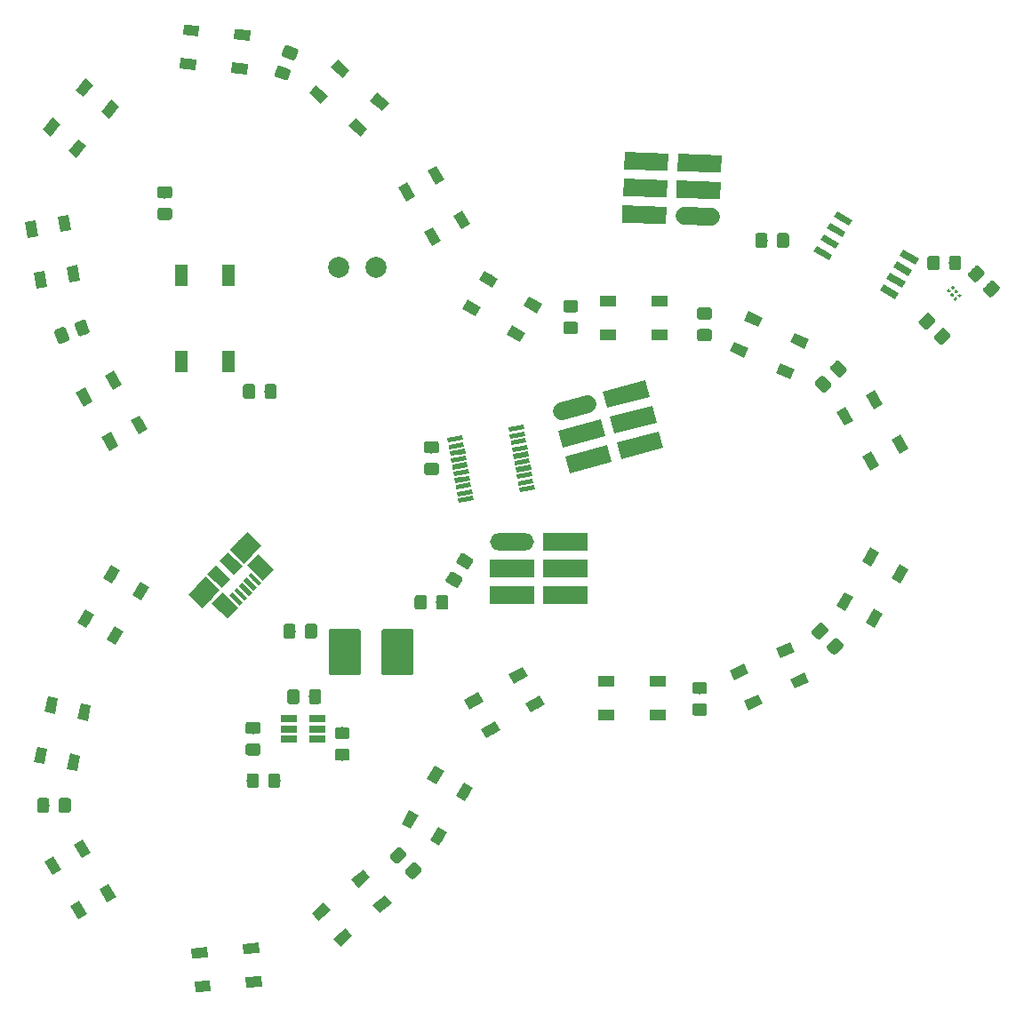
<source format=gbr>
G04 #@! TF.GenerationSoftware,KiCad,Pcbnew,(5.1.4)-1*
G04 #@! TF.CreationDate,2019-12-24T17:10:30-08:00*
G04 #@! TF.ProjectId,tensigral_lamp_hardware,74656e73-6967-4726-916c-5f6c616d705f,rev?*
G04 #@! TF.SameCoordinates,Original*
G04 #@! TF.FileFunction,Paste,Top*
G04 #@! TF.FilePolarity,Positive*
%FSLAX46Y46*%
G04 Gerber Fmt 4.6, Leading zero omitted, Abs format (unit mm)*
G04 Created by KiCad (PCBNEW (5.1.4)-1) date 2019-12-24 17:10:30*
%MOMM*%
%LPD*%
G04 APERTURE LIST*
%ADD10C,1.651000*%
%ADD11C,0.100000*%
%ADD12C,1.651000*%
%ADD13C,1.150000*%
%ADD14R,1.500000X1.000000*%
%ADD15C,1.000000*%
%ADD16C,0.420000*%
%ADD17C,1.475000*%
%ADD18C,1.900000*%
%ADD19C,1.175000*%
%ADD20C,0.450000*%
%ADD21R,4.191000X1.651000*%
%ADD22O,4.191000X1.651000*%
%ADD23C,3.025000*%
%ADD24R,1.300000X2.000000*%
%ADD25R,1.560000X0.650000*%
%ADD26C,0.650000*%
%ADD27C,2.000000*%
%ADD28C,0.300000*%
G04 APERTURE END LIST*
D10*
X73796051Y-54389148D03*
D11*
G36*
X71558298Y-54134132D02*
G01*
X75606493Y-53049421D01*
X76033804Y-54644164D01*
X71985609Y-55728875D01*
X71558298Y-54134132D01*
X71558298Y-54134132D01*
G37*
D10*
X74453452Y-56842600D03*
D11*
G36*
X72215699Y-56587584D02*
G01*
X76263894Y-55502873D01*
X76691205Y-57097616D01*
X72643010Y-58182327D01*
X72215699Y-56587584D01*
X72215699Y-56587584D01*
G37*
D10*
X75110852Y-59296051D03*
D11*
G36*
X72873099Y-59041035D02*
G01*
X76921294Y-57956324D01*
X77348605Y-59551067D01*
X73300410Y-60635778D01*
X72873099Y-59041035D01*
X72873099Y-59041035D01*
G37*
D10*
X68889148Y-55703949D03*
D12*
X70115874Y-55375249D02*
X67662422Y-56032649D01*
D10*
X69546548Y-58157400D03*
D11*
G36*
X67308795Y-57902384D02*
G01*
X71356990Y-56817673D01*
X71784301Y-58412416D01*
X67736106Y-59497127D01*
X67308795Y-57902384D01*
X67308795Y-57902384D01*
G37*
D10*
X70203949Y-60610852D03*
D11*
G36*
X67966196Y-60355836D02*
G01*
X72014391Y-59271125D01*
X72441702Y-60865868D01*
X68393507Y-61950579D01*
X67966196Y-60355836D01*
X67966196Y-60355836D01*
G37*
G36*
X20674505Y-92901204D02*
G01*
X20698773Y-92904804D01*
X20722572Y-92910765D01*
X20745671Y-92919030D01*
X20767850Y-92929520D01*
X20788893Y-92942132D01*
X20808599Y-92956747D01*
X20826777Y-92973223D01*
X20843253Y-92991401D01*
X20857868Y-93011107D01*
X20870480Y-93032150D01*
X20880970Y-93054329D01*
X20889235Y-93077428D01*
X20895196Y-93101227D01*
X20898796Y-93125495D01*
X20900000Y-93149999D01*
X20900000Y-94050001D01*
X20898796Y-94074505D01*
X20895196Y-94098773D01*
X20889235Y-94122572D01*
X20880970Y-94145671D01*
X20870480Y-94167850D01*
X20857868Y-94188893D01*
X20843253Y-94208599D01*
X20826777Y-94226777D01*
X20808599Y-94243253D01*
X20788893Y-94257868D01*
X20767850Y-94270480D01*
X20745671Y-94280970D01*
X20722572Y-94289235D01*
X20698773Y-94295196D01*
X20674505Y-94298796D01*
X20650001Y-94300000D01*
X19999999Y-94300000D01*
X19975495Y-94298796D01*
X19951227Y-94295196D01*
X19927428Y-94289235D01*
X19904329Y-94280970D01*
X19882150Y-94270480D01*
X19861107Y-94257868D01*
X19841401Y-94243253D01*
X19823223Y-94226777D01*
X19806747Y-94208599D01*
X19792132Y-94188893D01*
X19779520Y-94167850D01*
X19769030Y-94145671D01*
X19760765Y-94122572D01*
X19754804Y-94098773D01*
X19751204Y-94074505D01*
X19750000Y-94050001D01*
X19750000Y-93149999D01*
X19751204Y-93125495D01*
X19754804Y-93101227D01*
X19760765Y-93077428D01*
X19769030Y-93054329D01*
X19779520Y-93032150D01*
X19792132Y-93011107D01*
X19806747Y-92991401D01*
X19823223Y-92973223D01*
X19841401Y-92956747D01*
X19861107Y-92942132D01*
X19882150Y-92929520D01*
X19904329Y-92919030D01*
X19927428Y-92910765D01*
X19951227Y-92904804D01*
X19975495Y-92901204D01*
X19999999Y-92900000D01*
X20650001Y-92900000D01*
X20674505Y-92901204D01*
X20674505Y-92901204D01*
G37*
D13*
X20325000Y-93600000D03*
D11*
G36*
X18624505Y-92901204D02*
G01*
X18648773Y-92904804D01*
X18672572Y-92910765D01*
X18695671Y-92919030D01*
X18717850Y-92929520D01*
X18738893Y-92942132D01*
X18758599Y-92956747D01*
X18776777Y-92973223D01*
X18793253Y-92991401D01*
X18807868Y-93011107D01*
X18820480Y-93032150D01*
X18830970Y-93054329D01*
X18839235Y-93077428D01*
X18845196Y-93101227D01*
X18848796Y-93125495D01*
X18850000Y-93149999D01*
X18850000Y-94050001D01*
X18848796Y-94074505D01*
X18845196Y-94098773D01*
X18839235Y-94122572D01*
X18830970Y-94145671D01*
X18820480Y-94167850D01*
X18807868Y-94188893D01*
X18793253Y-94208599D01*
X18776777Y-94226777D01*
X18758599Y-94243253D01*
X18738893Y-94257868D01*
X18717850Y-94270480D01*
X18695671Y-94280970D01*
X18672572Y-94289235D01*
X18648773Y-94295196D01*
X18624505Y-94298796D01*
X18600001Y-94300000D01*
X17949999Y-94300000D01*
X17925495Y-94298796D01*
X17901227Y-94295196D01*
X17877428Y-94289235D01*
X17854329Y-94280970D01*
X17832150Y-94270480D01*
X17811107Y-94257868D01*
X17791401Y-94243253D01*
X17773223Y-94226777D01*
X17756747Y-94208599D01*
X17742132Y-94188893D01*
X17729520Y-94167850D01*
X17719030Y-94145671D01*
X17710765Y-94122572D01*
X17704804Y-94098773D01*
X17701204Y-94074505D01*
X17700000Y-94050001D01*
X17700000Y-93149999D01*
X17701204Y-93125495D01*
X17704804Y-93101227D01*
X17710765Y-93077428D01*
X17719030Y-93054329D01*
X17729520Y-93032150D01*
X17742132Y-93011107D01*
X17756747Y-92991401D01*
X17773223Y-92973223D01*
X17791401Y-92956747D01*
X17811107Y-92942132D01*
X17832150Y-92929520D01*
X17854329Y-92919030D01*
X17877428Y-92910765D01*
X17901227Y-92904804D01*
X17925495Y-92901204D01*
X17949999Y-92900000D01*
X18600001Y-92900000D01*
X18624505Y-92901204D01*
X18624505Y-92901204D01*
G37*
D13*
X18275000Y-93600000D03*
D11*
G36*
X93936116Y-51203196D02*
G01*
X93960384Y-51206796D01*
X93984183Y-51212757D01*
X94007282Y-51221022D01*
X94029461Y-51231512D01*
X94050504Y-51244124D01*
X94070210Y-51258739D01*
X94088388Y-51275215D01*
X94724785Y-51911612D01*
X94741261Y-51929790D01*
X94755876Y-51949496D01*
X94768488Y-51970539D01*
X94778978Y-51992718D01*
X94787243Y-52015817D01*
X94793204Y-52039616D01*
X94796804Y-52063884D01*
X94798008Y-52088388D01*
X94796804Y-52112892D01*
X94793204Y-52137160D01*
X94787243Y-52160959D01*
X94778978Y-52184058D01*
X94768488Y-52206237D01*
X94755876Y-52227280D01*
X94741261Y-52246986D01*
X94724785Y-52265164D01*
X94265164Y-52724785D01*
X94246986Y-52741261D01*
X94227280Y-52755876D01*
X94206237Y-52768488D01*
X94184058Y-52778978D01*
X94160959Y-52787243D01*
X94137160Y-52793204D01*
X94112892Y-52796804D01*
X94088388Y-52798008D01*
X94063884Y-52796804D01*
X94039616Y-52793204D01*
X94015817Y-52787243D01*
X93992718Y-52778978D01*
X93970539Y-52768488D01*
X93949496Y-52755876D01*
X93929790Y-52741261D01*
X93911612Y-52724785D01*
X93275215Y-52088388D01*
X93258739Y-52070210D01*
X93244124Y-52050504D01*
X93231512Y-52029461D01*
X93221022Y-52007282D01*
X93212757Y-51984183D01*
X93206796Y-51960384D01*
X93203196Y-51936116D01*
X93201992Y-51911612D01*
X93203196Y-51887108D01*
X93206796Y-51862840D01*
X93212757Y-51839041D01*
X93221022Y-51815942D01*
X93231512Y-51793763D01*
X93244124Y-51772720D01*
X93258739Y-51753014D01*
X93275215Y-51734836D01*
X93734836Y-51275215D01*
X93753014Y-51258739D01*
X93772720Y-51244124D01*
X93793763Y-51231512D01*
X93815942Y-51221022D01*
X93839041Y-51212757D01*
X93862840Y-51206796D01*
X93887108Y-51203196D01*
X93911612Y-51201992D01*
X93936116Y-51203196D01*
X93936116Y-51203196D01*
G37*
D13*
X94000000Y-52000000D03*
D11*
G36*
X92486548Y-52652764D02*
G01*
X92510816Y-52656364D01*
X92534615Y-52662325D01*
X92557714Y-52670590D01*
X92579893Y-52681080D01*
X92600936Y-52693692D01*
X92620642Y-52708307D01*
X92638820Y-52724783D01*
X93275217Y-53361180D01*
X93291693Y-53379358D01*
X93306308Y-53399064D01*
X93318920Y-53420107D01*
X93329410Y-53442286D01*
X93337675Y-53465385D01*
X93343636Y-53489184D01*
X93347236Y-53513452D01*
X93348440Y-53537956D01*
X93347236Y-53562460D01*
X93343636Y-53586728D01*
X93337675Y-53610527D01*
X93329410Y-53633626D01*
X93318920Y-53655805D01*
X93306308Y-53676848D01*
X93291693Y-53696554D01*
X93275217Y-53714732D01*
X92815596Y-54174353D01*
X92797418Y-54190829D01*
X92777712Y-54205444D01*
X92756669Y-54218056D01*
X92734490Y-54228546D01*
X92711391Y-54236811D01*
X92687592Y-54242772D01*
X92663324Y-54246372D01*
X92638820Y-54247576D01*
X92614316Y-54246372D01*
X92590048Y-54242772D01*
X92566249Y-54236811D01*
X92543150Y-54228546D01*
X92520971Y-54218056D01*
X92499928Y-54205444D01*
X92480222Y-54190829D01*
X92462044Y-54174353D01*
X91825647Y-53537956D01*
X91809171Y-53519778D01*
X91794556Y-53500072D01*
X91781944Y-53479029D01*
X91771454Y-53456850D01*
X91763189Y-53433751D01*
X91757228Y-53409952D01*
X91753628Y-53385684D01*
X91752424Y-53361180D01*
X91753628Y-53336676D01*
X91757228Y-53312408D01*
X91763189Y-53288609D01*
X91771454Y-53265510D01*
X91781944Y-53243331D01*
X91794556Y-53222288D01*
X91809171Y-53202582D01*
X91825647Y-53184404D01*
X92285268Y-52724783D01*
X92303446Y-52708307D01*
X92323152Y-52693692D01*
X92344195Y-52681080D01*
X92366374Y-52670590D01*
X92389473Y-52662325D01*
X92413272Y-52656364D01*
X92437540Y-52652764D01*
X92462044Y-52651560D01*
X92486548Y-52652764D01*
X92486548Y-52652764D01*
G37*
D13*
X92550432Y-53449568D03*
D11*
G36*
X68974505Y-47501204D02*
G01*
X68998773Y-47504804D01*
X69022572Y-47510765D01*
X69045671Y-47519030D01*
X69067850Y-47529520D01*
X69088893Y-47542132D01*
X69108599Y-47556747D01*
X69126777Y-47573223D01*
X69143253Y-47591401D01*
X69157868Y-47611107D01*
X69170480Y-47632150D01*
X69180970Y-47654329D01*
X69189235Y-47677428D01*
X69195196Y-47701227D01*
X69198796Y-47725495D01*
X69200000Y-47749999D01*
X69200000Y-48400001D01*
X69198796Y-48424505D01*
X69195196Y-48448773D01*
X69189235Y-48472572D01*
X69180970Y-48495671D01*
X69170480Y-48517850D01*
X69157868Y-48538893D01*
X69143253Y-48558599D01*
X69126777Y-48576777D01*
X69108599Y-48593253D01*
X69088893Y-48607868D01*
X69067850Y-48620480D01*
X69045671Y-48630970D01*
X69022572Y-48639235D01*
X68998773Y-48645196D01*
X68974505Y-48648796D01*
X68950001Y-48650000D01*
X68049999Y-48650000D01*
X68025495Y-48648796D01*
X68001227Y-48645196D01*
X67977428Y-48639235D01*
X67954329Y-48630970D01*
X67932150Y-48620480D01*
X67911107Y-48607868D01*
X67891401Y-48593253D01*
X67873223Y-48576777D01*
X67856747Y-48558599D01*
X67842132Y-48538893D01*
X67829520Y-48517850D01*
X67819030Y-48495671D01*
X67810765Y-48472572D01*
X67804804Y-48448773D01*
X67801204Y-48424505D01*
X67800000Y-48400001D01*
X67800000Y-47749999D01*
X67801204Y-47725495D01*
X67804804Y-47701227D01*
X67810765Y-47677428D01*
X67819030Y-47654329D01*
X67829520Y-47632150D01*
X67842132Y-47611107D01*
X67856747Y-47591401D01*
X67873223Y-47573223D01*
X67891401Y-47556747D01*
X67911107Y-47542132D01*
X67932150Y-47529520D01*
X67954329Y-47519030D01*
X67977428Y-47510765D01*
X68001227Y-47504804D01*
X68025495Y-47501204D01*
X68049999Y-47500000D01*
X68950001Y-47500000D01*
X68974505Y-47501204D01*
X68974505Y-47501204D01*
G37*
D13*
X68500000Y-48075000D03*
D11*
G36*
X68974505Y-45451204D02*
G01*
X68998773Y-45454804D01*
X69022572Y-45460765D01*
X69045671Y-45469030D01*
X69067850Y-45479520D01*
X69088893Y-45492132D01*
X69108599Y-45506747D01*
X69126777Y-45523223D01*
X69143253Y-45541401D01*
X69157868Y-45561107D01*
X69170480Y-45582150D01*
X69180970Y-45604329D01*
X69189235Y-45627428D01*
X69195196Y-45651227D01*
X69198796Y-45675495D01*
X69200000Y-45699999D01*
X69200000Y-46350001D01*
X69198796Y-46374505D01*
X69195196Y-46398773D01*
X69189235Y-46422572D01*
X69180970Y-46445671D01*
X69170480Y-46467850D01*
X69157868Y-46488893D01*
X69143253Y-46508599D01*
X69126777Y-46526777D01*
X69108599Y-46543253D01*
X69088893Y-46557868D01*
X69067850Y-46570480D01*
X69045671Y-46580970D01*
X69022572Y-46589235D01*
X68998773Y-46595196D01*
X68974505Y-46598796D01*
X68950001Y-46600000D01*
X68049999Y-46600000D01*
X68025495Y-46598796D01*
X68001227Y-46595196D01*
X67977428Y-46589235D01*
X67954329Y-46580970D01*
X67932150Y-46570480D01*
X67911107Y-46557868D01*
X67891401Y-46543253D01*
X67873223Y-46526777D01*
X67856747Y-46508599D01*
X67842132Y-46488893D01*
X67829520Y-46467850D01*
X67819030Y-46445671D01*
X67810765Y-46422572D01*
X67804804Y-46398773D01*
X67801204Y-46374505D01*
X67800000Y-46350001D01*
X67800000Y-45699999D01*
X67801204Y-45675495D01*
X67804804Y-45651227D01*
X67810765Y-45627428D01*
X67819030Y-45604329D01*
X67829520Y-45582150D01*
X67842132Y-45561107D01*
X67856747Y-45541401D01*
X67873223Y-45523223D01*
X67891401Y-45506747D01*
X67911107Y-45492132D01*
X67932150Y-45479520D01*
X67954329Y-45469030D01*
X67977428Y-45460765D01*
X68001227Y-45454804D01*
X68025495Y-45451204D01*
X68049999Y-45450000D01*
X68950001Y-45450000D01*
X68974505Y-45451204D01*
X68974505Y-45451204D01*
G37*
D13*
X68500000Y-46025000D03*
D11*
G36*
X53637676Y-99027980D02*
G01*
X53661944Y-99031580D01*
X53685743Y-99037541D01*
X53708842Y-99045806D01*
X53731021Y-99056296D01*
X53752064Y-99068908D01*
X53771770Y-99083523D01*
X53789948Y-99099999D01*
X54249569Y-99559620D01*
X54266045Y-99577798D01*
X54280660Y-99597504D01*
X54293272Y-99618547D01*
X54303762Y-99640726D01*
X54312027Y-99663825D01*
X54317988Y-99687624D01*
X54321588Y-99711892D01*
X54322792Y-99736396D01*
X54321588Y-99760900D01*
X54317988Y-99785168D01*
X54312027Y-99808967D01*
X54303762Y-99832066D01*
X54293272Y-99854245D01*
X54280660Y-99875288D01*
X54266045Y-99894994D01*
X54249569Y-99913172D01*
X53613172Y-100549569D01*
X53594994Y-100566045D01*
X53575288Y-100580660D01*
X53554245Y-100593272D01*
X53532066Y-100603762D01*
X53508967Y-100612027D01*
X53485168Y-100617988D01*
X53460900Y-100621588D01*
X53436396Y-100622792D01*
X53411892Y-100621588D01*
X53387624Y-100617988D01*
X53363825Y-100612027D01*
X53340726Y-100603762D01*
X53318547Y-100593272D01*
X53297504Y-100580660D01*
X53277798Y-100566045D01*
X53259620Y-100549569D01*
X52799999Y-100089948D01*
X52783523Y-100071770D01*
X52768908Y-100052064D01*
X52756296Y-100031021D01*
X52745806Y-100008842D01*
X52737541Y-99985743D01*
X52731580Y-99961944D01*
X52727980Y-99937676D01*
X52726776Y-99913172D01*
X52727980Y-99888668D01*
X52731580Y-99864400D01*
X52737541Y-99840601D01*
X52745806Y-99817502D01*
X52756296Y-99795323D01*
X52768908Y-99774280D01*
X52783523Y-99754574D01*
X52799999Y-99736396D01*
X53436396Y-99099999D01*
X53454574Y-99083523D01*
X53474280Y-99068908D01*
X53495323Y-99056296D01*
X53517502Y-99045806D01*
X53540601Y-99037541D01*
X53564400Y-99031580D01*
X53588668Y-99027980D01*
X53613172Y-99026776D01*
X53637676Y-99027980D01*
X53637676Y-99027980D01*
G37*
D13*
X53524784Y-99824784D03*
D11*
G36*
X52188108Y-97578412D02*
G01*
X52212376Y-97582012D01*
X52236175Y-97587973D01*
X52259274Y-97596238D01*
X52281453Y-97606728D01*
X52302496Y-97619340D01*
X52322202Y-97633955D01*
X52340380Y-97650431D01*
X52800001Y-98110052D01*
X52816477Y-98128230D01*
X52831092Y-98147936D01*
X52843704Y-98168979D01*
X52854194Y-98191158D01*
X52862459Y-98214257D01*
X52868420Y-98238056D01*
X52872020Y-98262324D01*
X52873224Y-98286828D01*
X52872020Y-98311332D01*
X52868420Y-98335600D01*
X52862459Y-98359399D01*
X52854194Y-98382498D01*
X52843704Y-98404677D01*
X52831092Y-98425720D01*
X52816477Y-98445426D01*
X52800001Y-98463604D01*
X52163604Y-99100001D01*
X52145426Y-99116477D01*
X52125720Y-99131092D01*
X52104677Y-99143704D01*
X52082498Y-99154194D01*
X52059399Y-99162459D01*
X52035600Y-99168420D01*
X52011332Y-99172020D01*
X51986828Y-99173224D01*
X51962324Y-99172020D01*
X51938056Y-99168420D01*
X51914257Y-99162459D01*
X51891158Y-99154194D01*
X51868979Y-99143704D01*
X51847936Y-99131092D01*
X51828230Y-99116477D01*
X51810052Y-99100001D01*
X51350431Y-98640380D01*
X51333955Y-98622202D01*
X51319340Y-98602496D01*
X51306728Y-98581453D01*
X51296238Y-98559274D01*
X51287973Y-98536175D01*
X51282012Y-98512376D01*
X51278412Y-98488108D01*
X51277208Y-98463604D01*
X51278412Y-98439100D01*
X51282012Y-98414832D01*
X51287973Y-98391033D01*
X51296238Y-98367934D01*
X51306728Y-98345755D01*
X51319340Y-98324712D01*
X51333955Y-98305006D01*
X51350431Y-98286828D01*
X51986828Y-97650431D01*
X52005006Y-97633955D01*
X52024712Y-97619340D01*
X52045755Y-97606728D01*
X52067934Y-97596238D01*
X52091033Y-97587973D01*
X52114832Y-97582012D01*
X52139100Y-97578412D01*
X52163604Y-97577208D01*
X52188108Y-97578412D01*
X52188108Y-97578412D01*
G37*
D13*
X52075216Y-98375216D03*
D11*
G36*
X40776568Y-23079032D02*
G01*
X40800970Y-23081570D01*
X40825006Y-23086487D01*
X40848443Y-23093737D01*
X41694169Y-23401555D01*
X41716784Y-23411067D01*
X41738358Y-23422750D01*
X41758682Y-23436491D01*
X41777562Y-23452158D01*
X41794815Y-23469601D01*
X41810275Y-23488650D01*
X41823794Y-23509123D01*
X41835241Y-23530823D01*
X41844506Y-23553540D01*
X41851499Y-23577055D01*
X41856154Y-23601144D01*
X41858426Y-23625572D01*
X41858292Y-23650105D01*
X41855754Y-23674507D01*
X41850837Y-23698543D01*
X41843587Y-23721982D01*
X41621273Y-24332784D01*
X41611761Y-24355398D01*
X41600078Y-24376972D01*
X41586337Y-24397296D01*
X41570670Y-24416176D01*
X41553227Y-24433429D01*
X41534178Y-24448889D01*
X41513705Y-24462408D01*
X41492005Y-24473855D01*
X41469288Y-24483120D01*
X41445772Y-24490114D01*
X41421684Y-24494769D01*
X41397256Y-24497040D01*
X41372722Y-24496906D01*
X41348320Y-24494368D01*
X41324284Y-24489451D01*
X41300847Y-24482201D01*
X40455121Y-24174383D01*
X40432506Y-24164871D01*
X40410932Y-24153188D01*
X40390608Y-24139447D01*
X40371728Y-24123780D01*
X40354475Y-24106337D01*
X40339015Y-24087288D01*
X40325496Y-24066815D01*
X40314049Y-24045115D01*
X40304784Y-24022398D01*
X40297791Y-23998883D01*
X40293136Y-23974794D01*
X40290864Y-23950366D01*
X40290998Y-23925833D01*
X40293536Y-23901431D01*
X40298453Y-23877395D01*
X40305703Y-23853956D01*
X40528017Y-23243154D01*
X40537529Y-23220540D01*
X40549212Y-23198966D01*
X40562953Y-23178642D01*
X40578620Y-23159762D01*
X40596063Y-23142509D01*
X40615112Y-23127049D01*
X40635585Y-23113530D01*
X40657285Y-23102083D01*
X40680002Y-23092818D01*
X40703518Y-23085824D01*
X40727606Y-23081169D01*
X40752034Y-23078898D01*
X40776568Y-23079032D01*
X40776568Y-23079032D01*
G37*
D13*
X41074645Y-23787969D03*
D11*
G36*
X41477710Y-21152662D02*
G01*
X41502112Y-21155200D01*
X41526148Y-21160117D01*
X41549585Y-21167367D01*
X42395311Y-21475185D01*
X42417926Y-21484697D01*
X42439500Y-21496380D01*
X42459824Y-21510121D01*
X42478704Y-21525788D01*
X42495957Y-21543231D01*
X42511417Y-21562280D01*
X42524936Y-21582753D01*
X42536383Y-21604453D01*
X42545648Y-21627170D01*
X42552641Y-21650685D01*
X42557296Y-21674774D01*
X42559568Y-21699202D01*
X42559434Y-21723735D01*
X42556896Y-21748137D01*
X42551979Y-21772173D01*
X42544729Y-21795612D01*
X42322415Y-22406414D01*
X42312903Y-22429028D01*
X42301220Y-22450602D01*
X42287479Y-22470926D01*
X42271812Y-22489806D01*
X42254369Y-22507059D01*
X42235320Y-22522519D01*
X42214847Y-22536038D01*
X42193147Y-22547485D01*
X42170430Y-22556750D01*
X42146914Y-22563744D01*
X42122826Y-22568399D01*
X42098398Y-22570670D01*
X42073864Y-22570536D01*
X42049462Y-22567998D01*
X42025426Y-22563081D01*
X42001989Y-22555831D01*
X41156263Y-22248013D01*
X41133648Y-22238501D01*
X41112074Y-22226818D01*
X41091750Y-22213077D01*
X41072870Y-22197410D01*
X41055617Y-22179967D01*
X41040157Y-22160918D01*
X41026638Y-22140445D01*
X41015191Y-22118745D01*
X41005926Y-22096028D01*
X40998933Y-22072513D01*
X40994278Y-22048424D01*
X40992006Y-22023996D01*
X40992140Y-21999463D01*
X40994678Y-21975061D01*
X40999595Y-21951025D01*
X41006845Y-21927586D01*
X41229159Y-21316784D01*
X41238671Y-21294170D01*
X41250354Y-21272596D01*
X41264095Y-21252272D01*
X41279762Y-21233392D01*
X41297205Y-21216139D01*
X41316254Y-21200679D01*
X41336727Y-21187160D01*
X41358427Y-21175713D01*
X41381144Y-21166448D01*
X41404660Y-21159454D01*
X41428748Y-21154799D01*
X41453176Y-21152528D01*
X41477710Y-21152662D01*
X41477710Y-21152662D01*
G37*
D13*
X41775787Y-21861599D03*
D11*
G36*
X93812460Y-77652764D02*
G01*
X93836728Y-77656364D01*
X93860527Y-77662325D01*
X93883626Y-77670590D01*
X93905805Y-77681080D01*
X93926848Y-77693692D01*
X93946554Y-77708307D01*
X93964732Y-77724783D01*
X94424353Y-78184404D01*
X94440829Y-78202582D01*
X94455444Y-78222288D01*
X94468056Y-78243331D01*
X94478546Y-78265510D01*
X94486811Y-78288609D01*
X94492772Y-78312408D01*
X94496372Y-78336676D01*
X94497576Y-78361180D01*
X94496372Y-78385684D01*
X94492772Y-78409952D01*
X94486811Y-78433751D01*
X94478546Y-78456850D01*
X94468056Y-78479029D01*
X94455444Y-78500072D01*
X94440829Y-78519778D01*
X94424353Y-78537956D01*
X93787956Y-79174353D01*
X93769778Y-79190829D01*
X93750072Y-79205444D01*
X93729029Y-79218056D01*
X93706850Y-79228546D01*
X93683751Y-79236811D01*
X93659952Y-79242772D01*
X93635684Y-79246372D01*
X93611180Y-79247576D01*
X93586676Y-79246372D01*
X93562408Y-79242772D01*
X93538609Y-79236811D01*
X93515510Y-79228546D01*
X93493331Y-79218056D01*
X93472288Y-79205444D01*
X93452582Y-79190829D01*
X93434404Y-79174353D01*
X92974783Y-78714732D01*
X92958307Y-78696554D01*
X92943692Y-78676848D01*
X92931080Y-78655805D01*
X92920590Y-78633626D01*
X92912325Y-78610527D01*
X92906364Y-78586728D01*
X92902764Y-78562460D01*
X92901560Y-78537956D01*
X92902764Y-78513452D01*
X92906364Y-78489184D01*
X92912325Y-78465385D01*
X92920590Y-78442286D01*
X92931080Y-78420107D01*
X92943692Y-78399064D01*
X92958307Y-78379358D01*
X92974783Y-78361180D01*
X93611180Y-77724783D01*
X93629358Y-77708307D01*
X93649064Y-77693692D01*
X93670107Y-77681080D01*
X93692286Y-77670590D01*
X93715385Y-77662325D01*
X93739184Y-77656364D01*
X93763452Y-77652764D01*
X93787956Y-77651560D01*
X93812460Y-77652764D01*
X93812460Y-77652764D01*
G37*
D13*
X93699568Y-78449568D03*
D11*
G36*
X92362892Y-76203196D02*
G01*
X92387160Y-76206796D01*
X92410959Y-76212757D01*
X92434058Y-76221022D01*
X92456237Y-76231512D01*
X92477280Y-76244124D01*
X92496986Y-76258739D01*
X92515164Y-76275215D01*
X92974785Y-76734836D01*
X92991261Y-76753014D01*
X93005876Y-76772720D01*
X93018488Y-76793763D01*
X93028978Y-76815942D01*
X93037243Y-76839041D01*
X93043204Y-76862840D01*
X93046804Y-76887108D01*
X93048008Y-76911612D01*
X93046804Y-76936116D01*
X93043204Y-76960384D01*
X93037243Y-76984183D01*
X93028978Y-77007282D01*
X93018488Y-77029461D01*
X93005876Y-77050504D01*
X92991261Y-77070210D01*
X92974785Y-77088388D01*
X92338388Y-77724785D01*
X92320210Y-77741261D01*
X92300504Y-77755876D01*
X92279461Y-77768488D01*
X92257282Y-77778978D01*
X92234183Y-77787243D01*
X92210384Y-77793204D01*
X92186116Y-77796804D01*
X92161612Y-77798008D01*
X92137108Y-77796804D01*
X92112840Y-77793204D01*
X92089041Y-77787243D01*
X92065942Y-77778978D01*
X92043763Y-77768488D01*
X92022720Y-77755876D01*
X92003014Y-77741261D01*
X91984836Y-77724785D01*
X91525215Y-77265164D01*
X91508739Y-77246986D01*
X91494124Y-77227280D01*
X91481512Y-77206237D01*
X91471022Y-77184058D01*
X91462757Y-77160959D01*
X91456796Y-77137160D01*
X91453196Y-77112892D01*
X91451992Y-77088388D01*
X91453196Y-77063884D01*
X91456796Y-77039616D01*
X91462757Y-77015817D01*
X91471022Y-76992718D01*
X91481512Y-76970539D01*
X91494124Y-76949496D01*
X91508739Y-76929790D01*
X91525215Y-76911612D01*
X92161612Y-76275215D01*
X92179790Y-76258739D01*
X92199496Y-76244124D01*
X92220539Y-76231512D01*
X92242718Y-76221022D01*
X92265817Y-76212757D01*
X92289616Y-76206796D01*
X92313884Y-76203196D01*
X92338388Y-76201992D01*
X92362892Y-76203196D01*
X92362892Y-76203196D01*
G37*
D13*
X92250000Y-77000000D03*
D11*
G36*
X81274505Y-81851204D02*
G01*
X81298773Y-81854804D01*
X81322572Y-81860765D01*
X81345671Y-81869030D01*
X81367850Y-81879520D01*
X81388893Y-81892132D01*
X81408599Y-81906747D01*
X81426777Y-81923223D01*
X81443253Y-81941401D01*
X81457868Y-81961107D01*
X81470480Y-81982150D01*
X81480970Y-82004329D01*
X81489235Y-82027428D01*
X81495196Y-82051227D01*
X81498796Y-82075495D01*
X81500000Y-82099999D01*
X81500000Y-82750001D01*
X81498796Y-82774505D01*
X81495196Y-82798773D01*
X81489235Y-82822572D01*
X81480970Y-82845671D01*
X81470480Y-82867850D01*
X81457868Y-82888893D01*
X81443253Y-82908599D01*
X81426777Y-82926777D01*
X81408599Y-82943253D01*
X81388893Y-82957868D01*
X81367850Y-82970480D01*
X81345671Y-82980970D01*
X81322572Y-82989235D01*
X81298773Y-82995196D01*
X81274505Y-82998796D01*
X81250001Y-83000000D01*
X80349999Y-83000000D01*
X80325495Y-82998796D01*
X80301227Y-82995196D01*
X80277428Y-82989235D01*
X80254329Y-82980970D01*
X80232150Y-82970480D01*
X80211107Y-82957868D01*
X80191401Y-82943253D01*
X80173223Y-82926777D01*
X80156747Y-82908599D01*
X80142132Y-82888893D01*
X80129520Y-82867850D01*
X80119030Y-82845671D01*
X80110765Y-82822572D01*
X80104804Y-82798773D01*
X80101204Y-82774505D01*
X80100000Y-82750001D01*
X80100000Y-82099999D01*
X80101204Y-82075495D01*
X80104804Y-82051227D01*
X80110765Y-82027428D01*
X80119030Y-82004329D01*
X80129520Y-81982150D01*
X80142132Y-81961107D01*
X80156747Y-81941401D01*
X80173223Y-81923223D01*
X80191401Y-81906747D01*
X80211107Y-81892132D01*
X80232150Y-81879520D01*
X80254329Y-81869030D01*
X80277428Y-81860765D01*
X80301227Y-81854804D01*
X80325495Y-81851204D01*
X80349999Y-81850000D01*
X81250001Y-81850000D01*
X81274505Y-81851204D01*
X81274505Y-81851204D01*
G37*
D13*
X80800000Y-82425000D03*
D11*
G36*
X81274505Y-83901204D02*
G01*
X81298773Y-83904804D01*
X81322572Y-83910765D01*
X81345671Y-83919030D01*
X81367850Y-83929520D01*
X81388893Y-83942132D01*
X81408599Y-83956747D01*
X81426777Y-83973223D01*
X81443253Y-83991401D01*
X81457868Y-84011107D01*
X81470480Y-84032150D01*
X81480970Y-84054329D01*
X81489235Y-84077428D01*
X81495196Y-84101227D01*
X81498796Y-84125495D01*
X81500000Y-84149999D01*
X81500000Y-84800001D01*
X81498796Y-84824505D01*
X81495196Y-84848773D01*
X81489235Y-84872572D01*
X81480970Y-84895671D01*
X81470480Y-84917850D01*
X81457868Y-84938893D01*
X81443253Y-84958599D01*
X81426777Y-84976777D01*
X81408599Y-84993253D01*
X81388893Y-85007868D01*
X81367850Y-85020480D01*
X81345671Y-85030970D01*
X81322572Y-85039235D01*
X81298773Y-85045196D01*
X81274505Y-85048796D01*
X81250001Y-85050000D01*
X80349999Y-85050000D01*
X80325495Y-85048796D01*
X80301227Y-85045196D01*
X80277428Y-85039235D01*
X80254329Y-85030970D01*
X80232150Y-85020480D01*
X80211107Y-85007868D01*
X80191401Y-84993253D01*
X80173223Y-84976777D01*
X80156747Y-84958599D01*
X80142132Y-84938893D01*
X80129520Y-84917850D01*
X80119030Y-84895671D01*
X80110765Y-84872572D01*
X80104804Y-84848773D01*
X80101204Y-84824505D01*
X80100000Y-84800001D01*
X80100000Y-84149999D01*
X80101204Y-84125495D01*
X80104804Y-84101227D01*
X80110765Y-84077428D01*
X80119030Y-84054329D01*
X80129520Y-84032150D01*
X80142132Y-84011107D01*
X80156747Y-83991401D01*
X80173223Y-83973223D01*
X80191401Y-83956747D01*
X80211107Y-83942132D01*
X80232150Y-83929520D01*
X80254329Y-83919030D01*
X80277428Y-83910765D01*
X80301227Y-83904804D01*
X80325495Y-83901204D01*
X80349999Y-83900000D01*
X81250001Y-83900000D01*
X81274505Y-83901204D01*
X81274505Y-83901204D01*
G37*
D13*
X80800000Y-84475000D03*
D11*
G36*
X20223640Y-48019061D02*
G01*
X20247728Y-48023716D01*
X20271244Y-48030710D01*
X20293961Y-48039975D01*
X20315661Y-48051422D01*
X20336134Y-48064941D01*
X20355183Y-48080401D01*
X20372626Y-48097654D01*
X20388293Y-48116534D01*
X20402034Y-48136858D01*
X20413717Y-48158432D01*
X20423229Y-48181047D01*
X20731047Y-49026773D01*
X20738297Y-49050211D01*
X20743214Y-49074247D01*
X20745752Y-49098649D01*
X20745886Y-49123182D01*
X20743614Y-49147610D01*
X20738959Y-49171699D01*
X20731966Y-49195214D01*
X20722701Y-49217931D01*
X20711254Y-49239631D01*
X20697735Y-49260104D01*
X20682275Y-49279153D01*
X20665022Y-49296596D01*
X20646142Y-49312263D01*
X20625818Y-49326004D01*
X20604244Y-49337687D01*
X20581630Y-49347199D01*
X19970828Y-49569513D01*
X19947390Y-49576763D01*
X19923354Y-49581680D01*
X19898952Y-49584218D01*
X19874418Y-49584352D01*
X19849990Y-49582081D01*
X19825902Y-49577426D01*
X19802386Y-49570432D01*
X19779669Y-49561167D01*
X19757969Y-49549720D01*
X19737496Y-49536201D01*
X19718447Y-49520741D01*
X19701004Y-49503488D01*
X19685337Y-49484608D01*
X19671596Y-49464284D01*
X19659913Y-49442710D01*
X19650401Y-49420095D01*
X19342583Y-48574369D01*
X19335333Y-48550931D01*
X19330416Y-48526895D01*
X19327878Y-48502493D01*
X19327744Y-48477960D01*
X19330016Y-48453532D01*
X19334671Y-48429443D01*
X19341664Y-48405928D01*
X19350929Y-48383211D01*
X19362376Y-48361511D01*
X19375895Y-48341038D01*
X19391355Y-48321989D01*
X19408608Y-48304546D01*
X19427488Y-48288879D01*
X19447812Y-48275138D01*
X19469386Y-48263455D01*
X19492000Y-48253943D01*
X20102802Y-48031629D01*
X20126240Y-48024379D01*
X20150276Y-48019462D01*
X20174678Y-48016924D01*
X20199212Y-48016790D01*
X20223640Y-48019061D01*
X20223640Y-48019061D01*
G37*
D13*
X20036815Y-48800571D03*
D11*
G36*
X22150010Y-47317919D02*
G01*
X22174098Y-47322574D01*
X22197614Y-47329568D01*
X22220331Y-47338833D01*
X22242031Y-47350280D01*
X22262504Y-47363799D01*
X22281553Y-47379259D01*
X22298996Y-47396512D01*
X22314663Y-47415392D01*
X22328404Y-47435716D01*
X22340087Y-47457290D01*
X22349599Y-47479905D01*
X22657417Y-48325631D01*
X22664667Y-48349069D01*
X22669584Y-48373105D01*
X22672122Y-48397507D01*
X22672256Y-48422040D01*
X22669984Y-48446468D01*
X22665329Y-48470557D01*
X22658336Y-48494072D01*
X22649071Y-48516789D01*
X22637624Y-48538489D01*
X22624105Y-48558962D01*
X22608645Y-48578011D01*
X22591392Y-48595454D01*
X22572512Y-48611121D01*
X22552188Y-48624862D01*
X22530614Y-48636545D01*
X22508000Y-48646057D01*
X21897198Y-48868371D01*
X21873760Y-48875621D01*
X21849724Y-48880538D01*
X21825322Y-48883076D01*
X21800788Y-48883210D01*
X21776360Y-48880939D01*
X21752272Y-48876284D01*
X21728756Y-48869290D01*
X21706039Y-48860025D01*
X21684339Y-48848578D01*
X21663866Y-48835059D01*
X21644817Y-48819599D01*
X21627374Y-48802346D01*
X21611707Y-48783466D01*
X21597966Y-48763142D01*
X21586283Y-48741568D01*
X21576771Y-48718953D01*
X21268953Y-47873227D01*
X21261703Y-47849789D01*
X21256786Y-47825753D01*
X21254248Y-47801351D01*
X21254114Y-47776818D01*
X21256386Y-47752390D01*
X21261041Y-47728301D01*
X21268034Y-47704786D01*
X21277299Y-47682069D01*
X21288746Y-47660369D01*
X21302265Y-47639896D01*
X21317725Y-47620847D01*
X21334978Y-47603404D01*
X21353858Y-47587737D01*
X21374182Y-47573996D01*
X21395756Y-47562313D01*
X21418370Y-47552801D01*
X22029172Y-47330487D01*
X22052610Y-47323237D01*
X22076646Y-47318320D01*
X22101048Y-47315782D01*
X22125582Y-47315648D01*
X22150010Y-47317919D01*
X22150010Y-47317919D01*
G37*
D13*
X21963185Y-48099429D03*
D11*
G36*
X55724505Y-60951204D02*
G01*
X55748773Y-60954804D01*
X55772572Y-60960765D01*
X55795671Y-60969030D01*
X55817850Y-60979520D01*
X55838893Y-60992132D01*
X55858599Y-61006747D01*
X55876777Y-61023223D01*
X55893253Y-61041401D01*
X55907868Y-61061107D01*
X55920480Y-61082150D01*
X55930970Y-61104329D01*
X55939235Y-61127428D01*
X55945196Y-61151227D01*
X55948796Y-61175495D01*
X55950000Y-61199999D01*
X55950000Y-61850001D01*
X55948796Y-61874505D01*
X55945196Y-61898773D01*
X55939235Y-61922572D01*
X55930970Y-61945671D01*
X55920480Y-61967850D01*
X55907868Y-61988893D01*
X55893253Y-62008599D01*
X55876777Y-62026777D01*
X55858599Y-62043253D01*
X55838893Y-62057868D01*
X55817850Y-62070480D01*
X55795671Y-62080970D01*
X55772572Y-62089235D01*
X55748773Y-62095196D01*
X55724505Y-62098796D01*
X55700001Y-62100000D01*
X54799999Y-62100000D01*
X54775495Y-62098796D01*
X54751227Y-62095196D01*
X54727428Y-62089235D01*
X54704329Y-62080970D01*
X54682150Y-62070480D01*
X54661107Y-62057868D01*
X54641401Y-62043253D01*
X54623223Y-62026777D01*
X54606747Y-62008599D01*
X54592132Y-61988893D01*
X54579520Y-61967850D01*
X54569030Y-61945671D01*
X54560765Y-61922572D01*
X54554804Y-61898773D01*
X54551204Y-61874505D01*
X54550000Y-61850001D01*
X54550000Y-61199999D01*
X54551204Y-61175495D01*
X54554804Y-61151227D01*
X54560765Y-61127428D01*
X54569030Y-61104329D01*
X54579520Y-61082150D01*
X54592132Y-61061107D01*
X54606747Y-61041401D01*
X54623223Y-61023223D01*
X54641401Y-61006747D01*
X54661107Y-60992132D01*
X54682150Y-60979520D01*
X54704329Y-60969030D01*
X54727428Y-60960765D01*
X54751227Y-60954804D01*
X54775495Y-60951204D01*
X54799999Y-60950000D01*
X55700001Y-60950000D01*
X55724505Y-60951204D01*
X55724505Y-60951204D01*
G37*
D13*
X55250000Y-61525000D03*
D11*
G36*
X55724505Y-58901204D02*
G01*
X55748773Y-58904804D01*
X55772572Y-58910765D01*
X55795671Y-58919030D01*
X55817850Y-58929520D01*
X55838893Y-58942132D01*
X55858599Y-58956747D01*
X55876777Y-58973223D01*
X55893253Y-58991401D01*
X55907868Y-59011107D01*
X55920480Y-59032150D01*
X55930970Y-59054329D01*
X55939235Y-59077428D01*
X55945196Y-59101227D01*
X55948796Y-59125495D01*
X55950000Y-59149999D01*
X55950000Y-59800001D01*
X55948796Y-59824505D01*
X55945196Y-59848773D01*
X55939235Y-59872572D01*
X55930970Y-59895671D01*
X55920480Y-59917850D01*
X55907868Y-59938893D01*
X55893253Y-59958599D01*
X55876777Y-59976777D01*
X55858599Y-59993253D01*
X55838893Y-60007868D01*
X55817850Y-60020480D01*
X55795671Y-60030970D01*
X55772572Y-60039235D01*
X55748773Y-60045196D01*
X55724505Y-60048796D01*
X55700001Y-60050000D01*
X54799999Y-60050000D01*
X54775495Y-60048796D01*
X54751227Y-60045196D01*
X54727428Y-60039235D01*
X54704329Y-60030970D01*
X54682150Y-60020480D01*
X54661107Y-60007868D01*
X54641401Y-59993253D01*
X54623223Y-59976777D01*
X54606747Y-59958599D01*
X54592132Y-59938893D01*
X54579520Y-59917850D01*
X54569030Y-59895671D01*
X54560765Y-59872572D01*
X54554804Y-59848773D01*
X54551204Y-59824505D01*
X54550000Y-59800001D01*
X54550000Y-59149999D01*
X54551204Y-59125495D01*
X54554804Y-59101227D01*
X54560765Y-59077428D01*
X54569030Y-59054329D01*
X54579520Y-59032150D01*
X54592132Y-59011107D01*
X54606747Y-58991401D01*
X54623223Y-58973223D01*
X54641401Y-58956747D01*
X54661107Y-58942132D01*
X54682150Y-58929520D01*
X54704329Y-58919030D01*
X54727428Y-58910765D01*
X54751227Y-58904804D01*
X54775495Y-58901204D01*
X54799999Y-58900000D01*
X55700001Y-58900000D01*
X55724505Y-58901204D01*
X55724505Y-58901204D01*
G37*
D13*
X55250000Y-59475000D03*
D14*
X77000000Y-48750000D03*
X77000000Y-45550000D03*
X72100000Y-48750000D03*
X72100000Y-45550000D03*
D15*
X85905735Y-47264493D03*
D11*
G36*
X86796775Y-47128303D02*
G01*
X86374157Y-48034611D01*
X85014695Y-47400683D01*
X85437313Y-46494375D01*
X86796775Y-47128303D01*
X86796775Y-47128303D01*
G37*
D15*
X84553357Y-50164678D03*
D11*
G36*
X85444397Y-50028488D02*
G01*
X85021779Y-50934796D01*
X83662317Y-50300868D01*
X84084935Y-49394560D01*
X85444397Y-50028488D01*
X85444397Y-50028488D01*
G37*
D15*
X90346643Y-49335322D03*
D11*
G36*
X91237683Y-49199132D02*
G01*
X90815065Y-50105440D01*
X89455603Y-49471512D01*
X89878221Y-48565204D01*
X91237683Y-49199132D01*
X91237683Y-49199132D01*
G37*
D15*
X88994265Y-52235507D03*
D11*
G36*
X89885305Y-52099317D02*
G01*
X89462687Y-53005625D01*
X88103225Y-52371697D01*
X88525843Y-51465389D01*
X89885305Y-52099317D01*
X89885305Y-52099317D01*
G37*
D15*
X97089359Y-60771762D03*
D11*
G36*
X97897372Y-61171281D02*
G01*
X97031346Y-61671281D01*
X96281346Y-60372243D01*
X97147372Y-59872243D01*
X97897372Y-61171281D01*
X97897372Y-61171281D01*
G37*
D15*
X99860641Y-59171762D03*
D11*
G36*
X100668654Y-59571281D02*
G01*
X99802628Y-60071281D01*
X99052628Y-58772243D01*
X99918654Y-58272243D01*
X100668654Y-59571281D01*
X100668654Y-59571281D01*
G37*
D15*
X94639359Y-56528238D03*
D11*
G36*
X95447372Y-56927757D02*
G01*
X94581346Y-57427757D01*
X93831346Y-56128719D01*
X94697372Y-55628719D01*
X95447372Y-56927757D01*
X95447372Y-56927757D01*
G37*
D15*
X97410641Y-54928238D03*
D11*
G36*
X98218654Y-55327757D02*
G01*
X97352628Y-55827757D01*
X96602628Y-54528719D01*
X97468654Y-54028719D01*
X98218654Y-55327757D01*
X98218654Y-55327757D01*
G37*
D15*
X99860641Y-71528238D03*
D11*
G36*
X99918654Y-72427757D02*
G01*
X99052628Y-71927757D01*
X99802628Y-70628719D01*
X100668654Y-71128719D01*
X99918654Y-72427757D01*
X99918654Y-72427757D01*
G37*
D15*
X97089359Y-69928238D03*
D11*
G36*
X97147372Y-70827757D02*
G01*
X96281346Y-70327757D01*
X97031346Y-69028719D01*
X97897372Y-69528719D01*
X97147372Y-70827757D01*
X97147372Y-70827757D01*
G37*
D15*
X97410641Y-75771762D03*
D11*
G36*
X97468654Y-76671281D02*
G01*
X96602628Y-76171281D01*
X97352628Y-74872243D01*
X98218654Y-75372243D01*
X97468654Y-76671281D01*
X97468654Y-76671281D01*
G37*
D15*
X94639359Y-74171762D03*
D11*
G36*
X94697372Y-75071281D02*
G01*
X93831346Y-74571281D01*
X94581346Y-73272243D01*
X95447372Y-73772243D01*
X94697372Y-75071281D01*
X94697372Y-75071281D01*
G37*
D15*
X90346643Y-81714678D03*
D11*
G36*
X89878221Y-82484796D02*
G01*
X89455603Y-81578488D01*
X90815065Y-80944560D01*
X91237683Y-81850868D01*
X89878221Y-82484796D01*
X89878221Y-82484796D01*
G37*
D15*
X88994265Y-78814493D03*
D11*
G36*
X88525843Y-79584611D02*
G01*
X88103225Y-78678303D01*
X89462687Y-78044375D01*
X89885305Y-78950683D01*
X88525843Y-79584611D01*
X88525843Y-79584611D01*
G37*
D15*
X85905735Y-83785507D03*
D11*
G36*
X85437313Y-84555625D02*
G01*
X85014695Y-83649317D01*
X86374157Y-83015389D01*
X86796775Y-83921697D01*
X85437313Y-84555625D01*
X85437313Y-84555625D01*
G37*
D15*
X84553357Y-80885322D03*
D11*
G36*
X84084935Y-81655440D02*
G01*
X83662317Y-80749132D01*
X85021779Y-80115204D01*
X85444397Y-81021512D01*
X84084935Y-81655440D01*
X84084935Y-81655440D01*
G37*
D14*
X71900000Y-81800000D03*
X71900000Y-85000000D03*
X76800000Y-81800000D03*
X76800000Y-85000000D03*
D15*
X65121762Y-83960641D03*
D11*
G36*
X64722243Y-84768654D02*
G01*
X64222243Y-83902628D01*
X65521281Y-83152628D01*
X66021281Y-84018654D01*
X64722243Y-84768654D01*
X64722243Y-84768654D01*
G37*
D15*
X63521762Y-81189359D03*
D11*
G36*
X63122243Y-81997372D02*
G01*
X62622243Y-81131346D01*
X63921281Y-80381346D01*
X64421281Y-81247372D01*
X63122243Y-81997372D01*
X63122243Y-81997372D01*
G37*
D15*
X60878238Y-86410641D03*
D11*
G36*
X60478719Y-87218654D02*
G01*
X59978719Y-86352628D01*
X61277757Y-85602628D01*
X61777757Y-86468654D01*
X60478719Y-87218654D01*
X60478719Y-87218654D01*
G37*
D15*
X59278238Y-83639359D03*
D11*
G36*
X58878719Y-84447372D02*
G01*
X58378719Y-83581346D01*
X59677757Y-82831346D01*
X60177757Y-83697372D01*
X58878719Y-84447372D01*
X58878719Y-84447372D01*
G37*
D15*
X53189359Y-94971762D03*
D11*
G36*
X53247372Y-95871281D02*
G01*
X52381346Y-95371281D01*
X53131346Y-94072243D01*
X53997372Y-94572243D01*
X53247372Y-95871281D01*
X53247372Y-95871281D01*
G37*
D15*
X55960641Y-96571762D03*
D11*
G36*
X56018654Y-97471281D02*
G01*
X55152628Y-96971281D01*
X55902628Y-95672243D01*
X56768654Y-96172243D01*
X56018654Y-97471281D01*
X56018654Y-97471281D01*
G37*
D15*
X55639359Y-90728238D03*
D11*
G36*
X55697372Y-91627757D02*
G01*
X54831346Y-91127757D01*
X55581346Y-89828719D01*
X56447372Y-90328719D01*
X55697372Y-91627757D01*
X55697372Y-91627757D01*
G37*
D15*
X58410641Y-92328238D03*
D11*
G36*
X58468654Y-93227757D02*
G01*
X57602628Y-92727757D01*
X58352628Y-91428719D01*
X59218654Y-91928719D01*
X58468654Y-93227757D01*
X58468654Y-93227757D01*
G37*
D15*
X50555269Y-103050841D03*
D11*
G36*
X50302129Y-103915954D02*
G01*
X49659342Y-103149909D01*
X50808409Y-102185728D01*
X51451196Y-102951773D01*
X50302129Y-103915954D01*
X50302129Y-103915954D01*
G37*
D15*
X48498349Y-100599499D03*
D11*
G36*
X48245209Y-101464612D02*
G01*
X47602422Y-100698567D01*
X48751489Y-99734386D01*
X49394276Y-100500431D01*
X48245209Y-101464612D01*
X48245209Y-101464612D01*
G37*
D15*
X46801651Y-106200501D03*
D11*
G36*
X46548511Y-107065614D02*
G01*
X45905724Y-106299569D01*
X47054791Y-105335388D01*
X47697578Y-106101433D01*
X46548511Y-107065614D01*
X46548511Y-107065614D01*
G37*
D15*
X44744731Y-103749159D03*
D11*
G36*
X44491591Y-104614272D02*
G01*
X43848804Y-103848227D01*
X44997871Y-102884046D01*
X45640658Y-103650091D01*
X44491591Y-104614272D01*
X44491591Y-104614272D01*
G37*
D15*
X33169874Y-107669620D03*
D11*
G36*
X32466306Y-108233084D02*
G01*
X32379150Y-107236889D01*
X33873442Y-107106156D01*
X33960598Y-108102351D01*
X32466306Y-108233084D01*
X32466306Y-108233084D01*
G37*
D15*
X33448772Y-110857443D03*
D11*
G36*
X32745204Y-111420907D02*
G01*
X32658048Y-110424712D01*
X34152340Y-110293979D01*
X34239496Y-111290174D01*
X32745204Y-111420907D01*
X32745204Y-111420907D01*
G37*
D15*
X38051228Y-107242557D03*
D11*
G36*
X37347660Y-107806021D02*
G01*
X37260504Y-106809826D01*
X38754796Y-106679093D01*
X38841952Y-107675288D01*
X37347660Y-107806021D01*
X37347660Y-107806021D01*
G37*
D15*
X38330126Y-110430380D03*
D11*
G36*
X37626558Y-110993844D02*
G01*
X37539402Y-109997649D01*
X39033694Y-109866916D01*
X39120850Y-110863111D01*
X37626558Y-110993844D01*
X37626558Y-110993844D01*
G37*
D15*
X21639359Y-103571762D03*
D11*
G36*
X20831346Y-103172243D02*
G01*
X21697372Y-102672243D01*
X22447372Y-103971281D01*
X21581346Y-104471281D01*
X20831346Y-103172243D01*
X20831346Y-103172243D01*
G37*
D15*
X24410641Y-101971762D03*
D11*
G36*
X23602628Y-101572243D02*
G01*
X24468654Y-101072243D01*
X25218654Y-102371281D01*
X24352628Y-102871281D01*
X23602628Y-101572243D01*
X23602628Y-101572243D01*
G37*
D15*
X19189359Y-99328238D03*
D11*
G36*
X18381346Y-98928719D02*
G01*
X19247372Y-98428719D01*
X19997372Y-99727757D01*
X19131346Y-100227757D01*
X18381346Y-98928719D01*
X18381346Y-98928719D01*
G37*
D15*
X21960641Y-97728238D03*
D11*
G36*
X21152628Y-97328719D02*
G01*
X22018654Y-96828719D01*
X22768654Y-98127757D01*
X21902628Y-98627757D01*
X21152628Y-97328719D01*
X21152628Y-97328719D01*
G37*
D15*
X22164420Y-84716197D03*
D11*
G36*
X21831280Y-83878630D02*
G01*
X22809428Y-84086542D01*
X22497560Y-85553764D01*
X21519412Y-85345852D01*
X21831280Y-83878630D01*
X21831280Y-83878630D01*
G37*
D15*
X19034347Y-84050880D03*
D11*
G36*
X18701207Y-83213313D02*
G01*
X19679355Y-83421225D01*
X19367487Y-84888447D01*
X18389339Y-84680535D01*
X18701207Y-83213313D01*
X18701207Y-83213313D01*
G37*
D15*
X21145653Y-89509120D03*
D11*
G36*
X20812513Y-88671553D02*
G01*
X21790661Y-88879465D01*
X21478793Y-90346687D01*
X20500645Y-90138775D01*
X20812513Y-88671553D01*
X20812513Y-88671553D01*
G37*
D15*
X18015580Y-88843803D03*
D11*
G36*
X17682440Y-88006236D02*
G01*
X18660588Y-88214148D01*
X18348720Y-89681370D01*
X17370572Y-89473458D01*
X17682440Y-88006236D01*
X17682440Y-88006236D01*
G37*
D15*
X27560641Y-73178238D03*
D11*
G36*
X27502628Y-72278719D02*
G01*
X28368654Y-72778719D01*
X27618654Y-74077757D01*
X26752628Y-73577757D01*
X27502628Y-72278719D01*
X27502628Y-72278719D01*
G37*
D15*
X24789359Y-71578238D03*
D11*
G36*
X24731346Y-70678719D02*
G01*
X25597372Y-71178719D01*
X24847372Y-72477757D01*
X23981346Y-71977757D01*
X24731346Y-70678719D01*
X24731346Y-70678719D01*
G37*
D15*
X25110641Y-77421762D03*
D11*
G36*
X25052628Y-76522243D02*
G01*
X25918654Y-77022243D01*
X25168654Y-78321281D01*
X24302628Y-77821281D01*
X25052628Y-76522243D01*
X25052628Y-76522243D01*
G37*
D15*
X22339359Y-75821762D03*
D11*
G36*
X22281346Y-74922243D02*
G01*
X23147372Y-75422243D01*
X22397372Y-76721281D01*
X21531346Y-76221281D01*
X22281346Y-74922243D01*
X22281346Y-74922243D01*
G37*
D15*
X24639359Y-58921762D03*
D11*
G36*
X23831346Y-58522243D02*
G01*
X24697372Y-58022243D01*
X25447372Y-59321281D01*
X24581346Y-59821281D01*
X23831346Y-58522243D01*
X23831346Y-58522243D01*
G37*
D15*
X27410641Y-57321762D03*
D11*
G36*
X26602628Y-56922243D02*
G01*
X27468654Y-56422243D01*
X28218654Y-57721281D01*
X27352628Y-58221281D01*
X26602628Y-56922243D01*
X26602628Y-56922243D01*
G37*
D15*
X22189359Y-54678238D03*
D11*
G36*
X21381346Y-54278719D02*
G01*
X22247372Y-53778719D01*
X22997372Y-55077757D01*
X22131346Y-55577757D01*
X21381346Y-54278719D01*
X21381346Y-54278719D01*
G37*
D15*
X24960641Y-53078238D03*
D11*
G36*
X24152628Y-52678719D02*
G01*
X25018654Y-52178719D01*
X25768654Y-53477757D01*
X24902628Y-53977757D01*
X24152628Y-52678719D01*
X24152628Y-52678719D01*
G37*
D15*
X20300254Y-38109384D03*
D11*
G36*
X19677614Y-37457602D02*
G01*
X20662422Y-37283954D01*
X20922894Y-38761166D01*
X19938086Y-38934814D01*
X19677614Y-37457602D01*
X19677614Y-37457602D01*
G37*
D15*
X17148870Y-38665058D03*
D11*
G36*
X16526230Y-38013276D02*
G01*
X17511038Y-37839628D01*
X17771510Y-39316840D01*
X16786702Y-39490488D01*
X16526230Y-38013276D01*
X16526230Y-38013276D01*
G37*
D15*
X21151130Y-42934942D03*
D11*
G36*
X20528490Y-42283160D02*
G01*
X21513298Y-42109512D01*
X21773770Y-43586724D01*
X20788962Y-43760372D01*
X20528490Y-42283160D01*
X20528490Y-42283160D01*
G37*
D15*
X17999746Y-43490616D03*
D11*
G36*
X17377106Y-42838834D02*
G01*
X18361914Y-42665186D01*
X18622386Y-44142398D01*
X17637578Y-44316046D01*
X17377106Y-42838834D01*
X17377106Y-42838834D01*
G37*
D15*
X24650501Y-27251651D03*
D11*
G36*
X24749569Y-26355724D02*
G01*
X25515614Y-26998511D01*
X24551433Y-28147578D01*
X23785388Y-27504791D01*
X24749569Y-26355724D01*
X24749569Y-26355724D01*
G37*
D15*
X22199159Y-25194731D03*
D11*
G36*
X22298227Y-24298804D02*
G01*
X23064272Y-24941591D01*
X22100091Y-26090658D01*
X21334046Y-25447871D01*
X22298227Y-24298804D01*
X22298227Y-24298804D01*
G37*
D15*
X21500841Y-31005269D03*
D11*
G36*
X21599909Y-30109342D02*
G01*
X22365954Y-30752129D01*
X21401773Y-31901196D01*
X20635728Y-31258409D01*
X21599909Y-30109342D01*
X21599909Y-30109342D01*
G37*
D15*
X19049499Y-28948349D03*
D11*
G36*
X19148567Y-28052422D02*
G01*
X19914612Y-28695209D01*
X18950431Y-29844276D01*
X18184386Y-29201489D01*
X19148567Y-28052422D01*
X19148567Y-28052422D01*
G37*
D15*
X36951228Y-23357443D03*
D11*
G36*
X37741952Y-22924712D02*
G01*
X37654796Y-23920907D01*
X36160504Y-23790174D01*
X36247660Y-22793979D01*
X37741952Y-22924712D01*
X37741952Y-22924712D01*
G37*
D15*
X37230126Y-20169620D03*
D11*
G36*
X38020850Y-19736889D02*
G01*
X37933694Y-20733084D01*
X36439402Y-20602351D01*
X36526558Y-19606156D01*
X38020850Y-19736889D01*
X38020850Y-19736889D01*
G37*
D15*
X32069874Y-22930380D03*
D11*
G36*
X32860598Y-22497649D02*
G01*
X32773442Y-23493844D01*
X31279150Y-23363111D01*
X31366306Y-22366916D01*
X32860598Y-22497649D01*
X32860598Y-22497649D01*
G37*
D15*
X32348772Y-19742557D03*
D11*
G36*
X33139496Y-19309826D02*
G01*
X33052340Y-20306021D01*
X31558048Y-20175288D01*
X31645204Y-19179093D01*
X33139496Y-19309826D01*
X33139496Y-19309826D01*
G37*
D15*
X46551651Y-23399499D03*
D11*
G36*
X47447578Y-23498567D02*
G01*
X46804791Y-24264612D01*
X45655724Y-23300431D01*
X46298511Y-22534386D01*
X47447578Y-23498567D01*
X47447578Y-23498567D01*
G37*
D15*
X44494731Y-25850841D03*
D11*
G36*
X45390658Y-25949909D02*
G01*
X44747871Y-26715954D01*
X43598804Y-25751773D01*
X44241591Y-24985728D01*
X45390658Y-25949909D01*
X45390658Y-25949909D01*
G37*
D15*
X50305269Y-26549159D03*
D11*
G36*
X51201196Y-26648227D02*
G01*
X50558409Y-27414272D01*
X49409342Y-26450091D01*
X50052129Y-25684046D01*
X51201196Y-26648227D01*
X51201196Y-26648227D01*
G37*
D15*
X48248349Y-29000501D03*
D11*
G36*
X49144276Y-29099569D02*
G01*
X48501489Y-29865614D01*
X47352422Y-28901433D01*
X47995209Y-28135388D01*
X49144276Y-29099569D01*
X49144276Y-29099569D01*
G37*
D15*
X55339359Y-39371762D03*
D11*
G36*
X56147372Y-39771281D02*
G01*
X55281346Y-40271281D01*
X54531346Y-38972243D01*
X55397372Y-38472243D01*
X56147372Y-39771281D01*
X56147372Y-39771281D01*
G37*
D15*
X58110641Y-37771762D03*
D11*
G36*
X58918654Y-38171281D02*
G01*
X58052628Y-38671281D01*
X57302628Y-37372243D01*
X58168654Y-36872243D01*
X58918654Y-38171281D01*
X58918654Y-38171281D01*
G37*
D15*
X52889359Y-35128238D03*
D11*
G36*
X53697372Y-35527757D02*
G01*
X52831346Y-36027757D01*
X52081346Y-34728719D01*
X52947372Y-34228719D01*
X53697372Y-35527757D01*
X53697372Y-35527757D01*
G37*
D15*
X55660641Y-33528238D03*
D11*
G36*
X56468654Y-33927757D02*
G01*
X55602628Y-34427757D01*
X54852628Y-33128719D01*
X55718654Y-32628719D01*
X56468654Y-33927757D01*
X56468654Y-33927757D01*
G37*
D15*
X60678238Y-43439359D03*
D11*
G36*
X61577757Y-43381346D02*
G01*
X61077757Y-44247372D01*
X59778719Y-43497372D01*
X60278719Y-42631346D01*
X61577757Y-43381346D01*
X61577757Y-43381346D01*
G37*
D15*
X59078238Y-46210641D03*
D11*
G36*
X59977757Y-46152628D02*
G01*
X59477757Y-47018654D01*
X58178719Y-46268654D01*
X58678719Y-45402628D01*
X59977757Y-46152628D01*
X59977757Y-46152628D01*
G37*
D15*
X64921762Y-45889359D03*
D11*
G36*
X65821281Y-45831346D02*
G01*
X65321281Y-46697372D01*
X64022243Y-45947372D01*
X64522243Y-45081346D01*
X65821281Y-45831346D01*
X65821281Y-45831346D01*
G37*
D15*
X63321762Y-48660641D03*
D11*
G36*
X64221281Y-48602628D02*
G01*
X63721281Y-49468654D01*
X62422243Y-48718654D01*
X62922243Y-47852628D01*
X64221281Y-48602628D01*
X64221281Y-48602628D01*
G37*
D16*
X38404374Y-72044958D03*
D11*
G36*
X38042960Y-71420795D02*
G01*
X39052228Y-72361953D01*
X38765788Y-72669121D01*
X37756520Y-71727963D01*
X38042960Y-71420795D01*
X38042960Y-71420795D01*
G37*
D16*
X37961075Y-72520338D03*
D11*
G36*
X37599661Y-71896175D02*
G01*
X38608929Y-72837333D01*
X38322489Y-73144501D01*
X37313221Y-72203343D01*
X37599661Y-71896175D01*
X37599661Y-71896175D01*
G37*
D16*
X37517776Y-72995718D03*
D11*
G36*
X37156362Y-72371555D02*
G01*
X38165630Y-73312713D01*
X37879190Y-73619881D01*
X36869922Y-72678723D01*
X37156362Y-72371555D01*
X37156362Y-72371555D01*
G37*
D16*
X37074477Y-73471098D03*
D11*
G36*
X36713063Y-72846935D02*
G01*
X37722331Y-73788093D01*
X37435891Y-74095261D01*
X36426623Y-73154103D01*
X36713063Y-72846935D01*
X36713063Y-72846935D01*
G37*
D16*
X36631179Y-73946477D03*
D11*
G36*
X36269765Y-73322314D02*
G01*
X37279033Y-74263472D01*
X36992593Y-74570640D01*
X35983325Y-73629482D01*
X36269765Y-73322314D01*
X36269765Y-73322314D01*
G37*
D17*
X38933910Y-70949240D03*
D11*
G36*
X38668962Y-69693768D02*
G01*
X40204805Y-71125965D01*
X39198858Y-72204712D01*
X37663015Y-70772515D01*
X38668962Y-69693768D01*
X38668962Y-69693768D01*
G37*
D17*
X35575068Y-74551157D03*
D11*
G36*
X35310120Y-73295685D02*
G01*
X36845963Y-74727882D01*
X35840016Y-75806629D01*
X34304173Y-74374432D01*
X35310120Y-73295685D01*
X35310120Y-73295685D01*
G37*
D18*
X37556991Y-69053363D03*
D11*
G36*
X37672078Y-67536982D02*
G01*
X39061650Y-68832779D01*
X37441904Y-70569744D01*
X36052332Y-69273947D01*
X37672078Y-67536982D01*
X37672078Y-67536982D01*
G37*
D18*
X33587760Y-73309841D03*
D11*
G36*
X33702847Y-71793460D02*
G01*
X35092419Y-73089257D01*
X33472673Y-74826222D01*
X32083101Y-73530425D01*
X33702847Y-71793460D01*
X33702847Y-71793460D01*
G37*
D19*
X36145254Y-70567265D03*
D11*
G36*
X35851142Y-69489696D02*
G01*
X37240714Y-70785493D01*
X36439366Y-71644834D01*
X35049794Y-70349037D01*
X35851142Y-69489696D01*
X35851142Y-69489696D01*
G37*
D19*
X34999497Y-71795939D03*
D11*
G36*
X34705385Y-70718370D02*
G01*
X36094957Y-72014167D01*
X35293609Y-72873508D01*
X33904037Y-71577711D01*
X34705385Y-70718370D01*
X34705385Y-70718370D01*
G37*
D20*
X64338614Y-63420376D03*
D11*
G36*
X65013529Y-63072899D02*
G01*
X65091670Y-63516063D01*
X63663699Y-63767853D01*
X63585558Y-63324689D01*
X65013529Y-63072899D01*
X65013529Y-63072899D01*
G37*
D20*
X64225742Y-62780251D03*
D11*
G36*
X64900657Y-62432774D02*
G01*
X64978798Y-62875938D01*
X63550827Y-63127728D01*
X63472686Y-62684564D01*
X64900657Y-62432774D01*
X64900657Y-62432774D01*
G37*
D20*
X64112871Y-62140125D03*
D11*
G36*
X64787786Y-61792648D02*
G01*
X64865927Y-62235812D01*
X63437956Y-62487602D01*
X63359815Y-62044438D01*
X64787786Y-61792648D01*
X64787786Y-61792648D01*
G37*
D20*
X64000000Y-61500000D03*
D11*
G36*
X64674915Y-61152523D02*
G01*
X64753056Y-61595687D01*
X63325085Y-61847477D01*
X63246944Y-61404313D01*
X64674915Y-61152523D01*
X64674915Y-61152523D01*
G37*
D20*
X63887129Y-60859875D03*
D11*
G36*
X64562044Y-60512398D02*
G01*
X64640185Y-60955562D01*
X63212214Y-61207352D01*
X63134073Y-60764188D01*
X64562044Y-60512398D01*
X64562044Y-60512398D01*
G37*
D20*
X63774257Y-60219750D03*
D11*
G36*
X64449172Y-59872273D02*
G01*
X64527313Y-60315437D01*
X63099342Y-60567227D01*
X63021201Y-60124063D01*
X64449172Y-59872273D01*
X64449172Y-59872273D01*
G37*
D20*
X63661386Y-59579625D03*
D11*
G36*
X64336301Y-59232148D02*
G01*
X64414442Y-59675312D01*
X62986471Y-59927102D01*
X62908330Y-59483938D01*
X64336301Y-59232148D01*
X64336301Y-59232148D01*
G37*
D20*
X63548515Y-58939500D03*
D11*
G36*
X64223430Y-58592023D02*
G01*
X64301571Y-59035187D01*
X62873600Y-59286977D01*
X62795459Y-58843813D01*
X64223430Y-58592023D01*
X64223430Y-58592023D01*
G37*
D20*
X63435643Y-58299375D03*
D11*
G36*
X64110558Y-57951898D02*
G01*
X64188699Y-58395062D01*
X62760728Y-58646852D01*
X62682587Y-58203688D01*
X64110558Y-57951898D01*
X64110558Y-57951898D01*
G37*
D20*
X63322772Y-57659250D03*
D11*
G36*
X63997687Y-57311773D02*
G01*
X64075828Y-57754937D01*
X62647857Y-58006727D01*
X62569716Y-57563563D01*
X63997687Y-57311773D01*
X63997687Y-57311773D01*
G37*
D20*
X57512406Y-58683774D03*
D11*
G36*
X58187321Y-58336297D02*
G01*
X58265462Y-58779461D01*
X56837491Y-59031251D01*
X56759350Y-58588087D01*
X58187321Y-58336297D01*
X58187321Y-58336297D01*
G37*
D20*
X57625278Y-59323899D03*
D11*
G36*
X58300193Y-58976422D02*
G01*
X58378334Y-59419586D01*
X56950363Y-59671376D01*
X56872222Y-59228212D01*
X58300193Y-58976422D01*
X58300193Y-58976422D01*
G37*
D20*
X57738149Y-59964025D03*
D11*
G36*
X58413064Y-59616548D02*
G01*
X58491205Y-60059712D01*
X57063234Y-60311502D01*
X56985093Y-59868338D01*
X58413064Y-59616548D01*
X58413064Y-59616548D01*
G37*
D20*
X57851020Y-60604150D03*
D11*
G36*
X58525935Y-60256673D02*
G01*
X58604076Y-60699837D01*
X57176105Y-60951627D01*
X57097964Y-60508463D01*
X58525935Y-60256673D01*
X58525935Y-60256673D01*
G37*
D20*
X57963891Y-61244275D03*
D11*
G36*
X58638806Y-60896798D02*
G01*
X58716947Y-61339962D01*
X57288976Y-61591752D01*
X57210835Y-61148588D01*
X58638806Y-60896798D01*
X58638806Y-60896798D01*
G37*
D20*
X58076763Y-61884400D03*
D11*
G36*
X58751678Y-61536923D02*
G01*
X58829819Y-61980087D01*
X57401848Y-62231877D01*
X57323707Y-61788713D01*
X58751678Y-61536923D01*
X58751678Y-61536923D01*
G37*
D20*
X58189634Y-62524525D03*
D11*
G36*
X58864549Y-62177048D02*
G01*
X58942690Y-62620212D01*
X57514719Y-62872002D01*
X57436578Y-62428838D01*
X58864549Y-62177048D01*
X58864549Y-62177048D01*
G37*
D20*
X58302505Y-63164650D03*
D11*
G36*
X58977420Y-62817173D02*
G01*
X59055561Y-63260337D01*
X57627590Y-63512127D01*
X57549449Y-63068963D01*
X58977420Y-62817173D01*
X58977420Y-62817173D01*
G37*
D20*
X58415377Y-63804775D03*
D11*
G36*
X59090292Y-63457298D02*
G01*
X59168433Y-63900462D01*
X57740462Y-64152252D01*
X57662321Y-63709088D01*
X59090292Y-63457298D01*
X59090292Y-63457298D01*
G37*
D20*
X58528248Y-64444900D03*
D11*
G36*
X59203163Y-64097423D02*
G01*
X59281304Y-64540587D01*
X57853333Y-64792377D01*
X57775192Y-64349213D01*
X59203163Y-64097423D01*
X59203163Y-64097423D01*
G37*
G36*
X81724505Y-46151204D02*
G01*
X81748773Y-46154804D01*
X81772572Y-46160765D01*
X81795671Y-46169030D01*
X81817850Y-46179520D01*
X81838893Y-46192132D01*
X81858599Y-46206747D01*
X81876777Y-46223223D01*
X81893253Y-46241401D01*
X81907868Y-46261107D01*
X81920480Y-46282150D01*
X81930970Y-46304329D01*
X81939235Y-46327428D01*
X81945196Y-46351227D01*
X81948796Y-46375495D01*
X81950000Y-46399999D01*
X81950000Y-47050001D01*
X81948796Y-47074505D01*
X81945196Y-47098773D01*
X81939235Y-47122572D01*
X81930970Y-47145671D01*
X81920480Y-47167850D01*
X81907868Y-47188893D01*
X81893253Y-47208599D01*
X81876777Y-47226777D01*
X81858599Y-47243253D01*
X81838893Y-47257868D01*
X81817850Y-47270480D01*
X81795671Y-47280970D01*
X81772572Y-47289235D01*
X81748773Y-47295196D01*
X81724505Y-47298796D01*
X81700001Y-47300000D01*
X80799999Y-47300000D01*
X80775495Y-47298796D01*
X80751227Y-47295196D01*
X80727428Y-47289235D01*
X80704329Y-47280970D01*
X80682150Y-47270480D01*
X80661107Y-47257868D01*
X80641401Y-47243253D01*
X80623223Y-47226777D01*
X80606747Y-47208599D01*
X80592132Y-47188893D01*
X80579520Y-47167850D01*
X80569030Y-47145671D01*
X80560765Y-47122572D01*
X80554804Y-47098773D01*
X80551204Y-47074505D01*
X80550000Y-47050001D01*
X80550000Y-46399999D01*
X80551204Y-46375495D01*
X80554804Y-46351227D01*
X80560765Y-46327428D01*
X80569030Y-46304329D01*
X80579520Y-46282150D01*
X80592132Y-46261107D01*
X80606747Y-46241401D01*
X80623223Y-46223223D01*
X80641401Y-46206747D01*
X80661107Y-46192132D01*
X80682150Y-46179520D01*
X80704329Y-46169030D01*
X80727428Y-46160765D01*
X80751227Y-46154804D01*
X80775495Y-46151204D01*
X80799999Y-46150000D01*
X81700001Y-46150000D01*
X81724505Y-46151204D01*
X81724505Y-46151204D01*
G37*
D13*
X81250000Y-46725000D03*
D11*
G36*
X81724505Y-48201204D02*
G01*
X81748773Y-48204804D01*
X81772572Y-48210765D01*
X81795671Y-48219030D01*
X81817850Y-48229520D01*
X81838893Y-48242132D01*
X81858599Y-48256747D01*
X81876777Y-48273223D01*
X81893253Y-48291401D01*
X81907868Y-48311107D01*
X81920480Y-48332150D01*
X81930970Y-48354329D01*
X81939235Y-48377428D01*
X81945196Y-48401227D01*
X81948796Y-48425495D01*
X81950000Y-48449999D01*
X81950000Y-49100001D01*
X81948796Y-49124505D01*
X81945196Y-49148773D01*
X81939235Y-49172572D01*
X81930970Y-49195671D01*
X81920480Y-49217850D01*
X81907868Y-49238893D01*
X81893253Y-49258599D01*
X81876777Y-49276777D01*
X81858599Y-49293253D01*
X81838893Y-49307868D01*
X81817850Y-49320480D01*
X81795671Y-49330970D01*
X81772572Y-49339235D01*
X81748773Y-49345196D01*
X81724505Y-49348796D01*
X81700001Y-49350000D01*
X80799999Y-49350000D01*
X80775495Y-49348796D01*
X80751227Y-49345196D01*
X80727428Y-49339235D01*
X80704329Y-49330970D01*
X80682150Y-49320480D01*
X80661107Y-49307868D01*
X80641401Y-49293253D01*
X80623223Y-49276777D01*
X80606747Y-49258599D01*
X80592132Y-49238893D01*
X80579520Y-49217850D01*
X80569030Y-49195671D01*
X80560765Y-49172572D01*
X80554804Y-49148773D01*
X80551204Y-49124505D01*
X80550000Y-49100001D01*
X80550000Y-48449999D01*
X80551204Y-48425495D01*
X80554804Y-48401227D01*
X80560765Y-48377428D01*
X80569030Y-48354329D01*
X80579520Y-48332150D01*
X80592132Y-48311107D01*
X80606747Y-48291401D01*
X80623223Y-48273223D01*
X80641401Y-48256747D01*
X80661107Y-48242132D01*
X80682150Y-48229520D01*
X80704329Y-48219030D01*
X80727428Y-48210765D01*
X80751227Y-48204804D01*
X80775495Y-48201204D01*
X80799999Y-48200000D01*
X81700001Y-48200000D01*
X81724505Y-48201204D01*
X81724505Y-48201204D01*
G37*
D13*
X81250000Y-48775000D03*
D11*
G36*
X44504505Y-82551204D02*
G01*
X44528773Y-82554804D01*
X44552572Y-82560765D01*
X44575671Y-82569030D01*
X44597850Y-82579520D01*
X44618893Y-82592132D01*
X44638599Y-82606747D01*
X44656777Y-82623223D01*
X44673253Y-82641401D01*
X44687868Y-82661107D01*
X44700480Y-82682150D01*
X44710970Y-82704329D01*
X44719235Y-82727428D01*
X44725196Y-82751227D01*
X44728796Y-82775495D01*
X44730000Y-82799999D01*
X44730000Y-83700001D01*
X44728796Y-83724505D01*
X44725196Y-83748773D01*
X44719235Y-83772572D01*
X44710970Y-83795671D01*
X44700480Y-83817850D01*
X44687868Y-83838893D01*
X44673253Y-83858599D01*
X44656777Y-83876777D01*
X44638599Y-83893253D01*
X44618893Y-83907868D01*
X44597850Y-83920480D01*
X44575671Y-83930970D01*
X44552572Y-83939235D01*
X44528773Y-83945196D01*
X44504505Y-83948796D01*
X44480001Y-83950000D01*
X43829999Y-83950000D01*
X43805495Y-83948796D01*
X43781227Y-83945196D01*
X43757428Y-83939235D01*
X43734329Y-83930970D01*
X43712150Y-83920480D01*
X43691107Y-83907868D01*
X43671401Y-83893253D01*
X43653223Y-83876777D01*
X43636747Y-83858599D01*
X43622132Y-83838893D01*
X43609520Y-83817850D01*
X43599030Y-83795671D01*
X43590765Y-83772572D01*
X43584804Y-83748773D01*
X43581204Y-83724505D01*
X43580000Y-83700001D01*
X43580000Y-82799999D01*
X43581204Y-82775495D01*
X43584804Y-82751227D01*
X43590765Y-82727428D01*
X43599030Y-82704329D01*
X43609520Y-82682150D01*
X43622132Y-82661107D01*
X43636747Y-82641401D01*
X43653223Y-82623223D01*
X43671401Y-82606747D01*
X43691107Y-82592132D01*
X43712150Y-82579520D01*
X43734329Y-82569030D01*
X43757428Y-82560765D01*
X43781227Y-82554804D01*
X43805495Y-82551204D01*
X43829999Y-82550000D01*
X44480001Y-82550000D01*
X44504505Y-82551204D01*
X44504505Y-82551204D01*
G37*
D13*
X44155000Y-83250000D03*
D11*
G36*
X42454505Y-82551204D02*
G01*
X42478773Y-82554804D01*
X42502572Y-82560765D01*
X42525671Y-82569030D01*
X42547850Y-82579520D01*
X42568893Y-82592132D01*
X42588599Y-82606747D01*
X42606777Y-82623223D01*
X42623253Y-82641401D01*
X42637868Y-82661107D01*
X42650480Y-82682150D01*
X42660970Y-82704329D01*
X42669235Y-82727428D01*
X42675196Y-82751227D01*
X42678796Y-82775495D01*
X42680000Y-82799999D01*
X42680000Y-83700001D01*
X42678796Y-83724505D01*
X42675196Y-83748773D01*
X42669235Y-83772572D01*
X42660970Y-83795671D01*
X42650480Y-83817850D01*
X42637868Y-83838893D01*
X42623253Y-83858599D01*
X42606777Y-83876777D01*
X42588599Y-83893253D01*
X42568893Y-83907868D01*
X42547850Y-83920480D01*
X42525671Y-83930970D01*
X42502572Y-83939235D01*
X42478773Y-83945196D01*
X42454505Y-83948796D01*
X42430001Y-83950000D01*
X41779999Y-83950000D01*
X41755495Y-83948796D01*
X41731227Y-83945196D01*
X41707428Y-83939235D01*
X41684329Y-83930970D01*
X41662150Y-83920480D01*
X41641107Y-83907868D01*
X41621401Y-83893253D01*
X41603223Y-83876777D01*
X41586747Y-83858599D01*
X41572132Y-83838893D01*
X41559520Y-83817850D01*
X41549030Y-83795671D01*
X41540765Y-83772572D01*
X41534804Y-83748773D01*
X41531204Y-83724505D01*
X41530000Y-83700001D01*
X41530000Y-82799999D01*
X41531204Y-82775495D01*
X41534804Y-82751227D01*
X41540765Y-82727428D01*
X41549030Y-82704329D01*
X41559520Y-82682150D01*
X41572132Y-82661107D01*
X41586747Y-82641401D01*
X41603223Y-82623223D01*
X41621401Y-82606747D01*
X41641107Y-82592132D01*
X41662150Y-82579520D01*
X41684329Y-82569030D01*
X41707428Y-82560765D01*
X41731227Y-82554804D01*
X41755495Y-82551204D01*
X41779999Y-82550000D01*
X42430001Y-82550000D01*
X42454505Y-82551204D01*
X42454505Y-82551204D01*
G37*
D13*
X42105000Y-83250000D03*
D11*
G36*
X54569505Y-73551204D02*
G01*
X54593773Y-73554804D01*
X54617572Y-73560765D01*
X54640671Y-73569030D01*
X54662850Y-73579520D01*
X54683893Y-73592132D01*
X54703599Y-73606747D01*
X54721777Y-73623223D01*
X54738253Y-73641401D01*
X54752868Y-73661107D01*
X54765480Y-73682150D01*
X54775970Y-73704329D01*
X54784235Y-73727428D01*
X54790196Y-73751227D01*
X54793796Y-73775495D01*
X54795000Y-73799999D01*
X54795000Y-74700001D01*
X54793796Y-74724505D01*
X54790196Y-74748773D01*
X54784235Y-74772572D01*
X54775970Y-74795671D01*
X54765480Y-74817850D01*
X54752868Y-74838893D01*
X54738253Y-74858599D01*
X54721777Y-74876777D01*
X54703599Y-74893253D01*
X54683893Y-74907868D01*
X54662850Y-74920480D01*
X54640671Y-74930970D01*
X54617572Y-74939235D01*
X54593773Y-74945196D01*
X54569505Y-74948796D01*
X54545001Y-74950000D01*
X53894999Y-74950000D01*
X53870495Y-74948796D01*
X53846227Y-74945196D01*
X53822428Y-74939235D01*
X53799329Y-74930970D01*
X53777150Y-74920480D01*
X53756107Y-74907868D01*
X53736401Y-74893253D01*
X53718223Y-74876777D01*
X53701747Y-74858599D01*
X53687132Y-74838893D01*
X53674520Y-74817850D01*
X53664030Y-74795671D01*
X53655765Y-74772572D01*
X53649804Y-74748773D01*
X53646204Y-74724505D01*
X53645000Y-74700001D01*
X53645000Y-73799999D01*
X53646204Y-73775495D01*
X53649804Y-73751227D01*
X53655765Y-73727428D01*
X53664030Y-73704329D01*
X53674520Y-73682150D01*
X53687132Y-73661107D01*
X53701747Y-73641401D01*
X53718223Y-73623223D01*
X53736401Y-73606747D01*
X53756107Y-73592132D01*
X53777150Y-73579520D01*
X53799329Y-73569030D01*
X53822428Y-73560765D01*
X53846227Y-73554804D01*
X53870495Y-73551204D01*
X53894999Y-73550000D01*
X54545001Y-73550000D01*
X54569505Y-73551204D01*
X54569505Y-73551204D01*
G37*
D13*
X54220000Y-74250000D03*
D11*
G36*
X56619505Y-73551204D02*
G01*
X56643773Y-73554804D01*
X56667572Y-73560765D01*
X56690671Y-73569030D01*
X56712850Y-73579520D01*
X56733893Y-73592132D01*
X56753599Y-73606747D01*
X56771777Y-73623223D01*
X56788253Y-73641401D01*
X56802868Y-73661107D01*
X56815480Y-73682150D01*
X56825970Y-73704329D01*
X56834235Y-73727428D01*
X56840196Y-73751227D01*
X56843796Y-73775495D01*
X56845000Y-73799999D01*
X56845000Y-74700001D01*
X56843796Y-74724505D01*
X56840196Y-74748773D01*
X56834235Y-74772572D01*
X56825970Y-74795671D01*
X56815480Y-74817850D01*
X56802868Y-74838893D01*
X56788253Y-74858599D01*
X56771777Y-74876777D01*
X56753599Y-74893253D01*
X56733893Y-74907868D01*
X56712850Y-74920480D01*
X56690671Y-74930970D01*
X56667572Y-74939235D01*
X56643773Y-74945196D01*
X56619505Y-74948796D01*
X56595001Y-74950000D01*
X55944999Y-74950000D01*
X55920495Y-74948796D01*
X55896227Y-74945196D01*
X55872428Y-74939235D01*
X55849329Y-74930970D01*
X55827150Y-74920480D01*
X55806107Y-74907868D01*
X55786401Y-74893253D01*
X55768223Y-74876777D01*
X55751747Y-74858599D01*
X55737132Y-74838893D01*
X55724520Y-74817850D01*
X55714030Y-74795671D01*
X55705765Y-74772572D01*
X55699804Y-74748773D01*
X55696204Y-74724505D01*
X55695000Y-74700001D01*
X55695000Y-73799999D01*
X55696204Y-73775495D01*
X55699804Y-73751227D01*
X55705765Y-73727428D01*
X55714030Y-73704329D01*
X55724520Y-73682150D01*
X55737132Y-73661107D01*
X55751747Y-73641401D01*
X55768223Y-73623223D01*
X55786401Y-73606747D01*
X55806107Y-73592132D01*
X55827150Y-73579520D01*
X55849329Y-73569030D01*
X55872428Y-73560765D01*
X55896227Y-73554804D01*
X55920495Y-73551204D01*
X55944999Y-73550000D01*
X56595001Y-73550000D01*
X56619505Y-73551204D01*
X56619505Y-73551204D01*
G37*
D13*
X56270000Y-74250000D03*
D11*
G36*
X44124505Y-76301204D02*
G01*
X44148773Y-76304804D01*
X44172572Y-76310765D01*
X44195671Y-76319030D01*
X44217850Y-76329520D01*
X44238893Y-76342132D01*
X44258599Y-76356747D01*
X44276777Y-76373223D01*
X44293253Y-76391401D01*
X44307868Y-76411107D01*
X44320480Y-76432150D01*
X44330970Y-76454329D01*
X44339235Y-76477428D01*
X44345196Y-76501227D01*
X44348796Y-76525495D01*
X44350000Y-76549999D01*
X44350000Y-77450001D01*
X44348796Y-77474505D01*
X44345196Y-77498773D01*
X44339235Y-77522572D01*
X44330970Y-77545671D01*
X44320480Y-77567850D01*
X44307868Y-77588893D01*
X44293253Y-77608599D01*
X44276777Y-77626777D01*
X44258599Y-77643253D01*
X44238893Y-77657868D01*
X44217850Y-77670480D01*
X44195671Y-77680970D01*
X44172572Y-77689235D01*
X44148773Y-77695196D01*
X44124505Y-77698796D01*
X44100001Y-77700000D01*
X43449999Y-77700000D01*
X43425495Y-77698796D01*
X43401227Y-77695196D01*
X43377428Y-77689235D01*
X43354329Y-77680970D01*
X43332150Y-77670480D01*
X43311107Y-77657868D01*
X43291401Y-77643253D01*
X43273223Y-77626777D01*
X43256747Y-77608599D01*
X43242132Y-77588893D01*
X43229520Y-77567850D01*
X43219030Y-77545671D01*
X43210765Y-77522572D01*
X43204804Y-77498773D01*
X43201204Y-77474505D01*
X43200000Y-77450001D01*
X43200000Y-76549999D01*
X43201204Y-76525495D01*
X43204804Y-76501227D01*
X43210765Y-76477428D01*
X43219030Y-76454329D01*
X43229520Y-76432150D01*
X43242132Y-76411107D01*
X43256747Y-76391401D01*
X43273223Y-76373223D01*
X43291401Y-76356747D01*
X43311107Y-76342132D01*
X43332150Y-76329520D01*
X43354329Y-76319030D01*
X43377428Y-76310765D01*
X43401227Y-76304804D01*
X43425495Y-76301204D01*
X43449999Y-76300000D01*
X44100001Y-76300000D01*
X44124505Y-76301204D01*
X44124505Y-76301204D01*
G37*
D13*
X43775000Y-77000000D03*
D11*
G36*
X42074505Y-76301204D02*
G01*
X42098773Y-76304804D01*
X42122572Y-76310765D01*
X42145671Y-76319030D01*
X42167850Y-76329520D01*
X42188893Y-76342132D01*
X42208599Y-76356747D01*
X42226777Y-76373223D01*
X42243253Y-76391401D01*
X42257868Y-76411107D01*
X42270480Y-76432150D01*
X42280970Y-76454329D01*
X42289235Y-76477428D01*
X42295196Y-76501227D01*
X42298796Y-76525495D01*
X42300000Y-76549999D01*
X42300000Y-77450001D01*
X42298796Y-77474505D01*
X42295196Y-77498773D01*
X42289235Y-77522572D01*
X42280970Y-77545671D01*
X42270480Y-77567850D01*
X42257868Y-77588893D01*
X42243253Y-77608599D01*
X42226777Y-77626777D01*
X42208599Y-77643253D01*
X42188893Y-77657868D01*
X42167850Y-77670480D01*
X42145671Y-77680970D01*
X42122572Y-77689235D01*
X42098773Y-77695196D01*
X42074505Y-77698796D01*
X42050001Y-77700000D01*
X41399999Y-77700000D01*
X41375495Y-77698796D01*
X41351227Y-77695196D01*
X41327428Y-77689235D01*
X41304329Y-77680970D01*
X41282150Y-77670480D01*
X41261107Y-77657868D01*
X41241401Y-77643253D01*
X41223223Y-77626777D01*
X41206747Y-77608599D01*
X41192132Y-77588893D01*
X41179520Y-77567850D01*
X41169030Y-77545671D01*
X41160765Y-77522572D01*
X41154804Y-77498773D01*
X41151204Y-77474505D01*
X41150000Y-77450001D01*
X41150000Y-76549999D01*
X41151204Y-76525495D01*
X41154804Y-76501227D01*
X41160765Y-76477428D01*
X41169030Y-76454329D01*
X41179520Y-76432150D01*
X41192132Y-76411107D01*
X41206747Y-76391401D01*
X41223223Y-76373223D01*
X41241401Y-76356747D01*
X41261107Y-76342132D01*
X41282150Y-76329520D01*
X41304329Y-76319030D01*
X41327428Y-76310765D01*
X41351227Y-76304804D01*
X41375495Y-76301204D01*
X41399999Y-76300000D01*
X42050001Y-76300000D01*
X42074505Y-76301204D01*
X42074505Y-76301204D01*
G37*
D13*
X41725000Y-77000000D03*
D11*
G36*
X47224505Y-88201204D02*
G01*
X47248773Y-88204804D01*
X47272572Y-88210765D01*
X47295671Y-88219030D01*
X47317850Y-88229520D01*
X47338893Y-88242132D01*
X47358599Y-88256747D01*
X47376777Y-88273223D01*
X47393253Y-88291401D01*
X47407868Y-88311107D01*
X47420480Y-88332150D01*
X47430970Y-88354329D01*
X47439235Y-88377428D01*
X47445196Y-88401227D01*
X47448796Y-88425495D01*
X47450000Y-88449999D01*
X47450000Y-89100001D01*
X47448796Y-89124505D01*
X47445196Y-89148773D01*
X47439235Y-89172572D01*
X47430970Y-89195671D01*
X47420480Y-89217850D01*
X47407868Y-89238893D01*
X47393253Y-89258599D01*
X47376777Y-89276777D01*
X47358599Y-89293253D01*
X47338893Y-89307868D01*
X47317850Y-89320480D01*
X47295671Y-89330970D01*
X47272572Y-89339235D01*
X47248773Y-89345196D01*
X47224505Y-89348796D01*
X47200001Y-89350000D01*
X46299999Y-89350000D01*
X46275495Y-89348796D01*
X46251227Y-89345196D01*
X46227428Y-89339235D01*
X46204329Y-89330970D01*
X46182150Y-89320480D01*
X46161107Y-89307868D01*
X46141401Y-89293253D01*
X46123223Y-89276777D01*
X46106747Y-89258599D01*
X46092132Y-89238893D01*
X46079520Y-89217850D01*
X46069030Y-89195671D01*
X46060765Y-89172572D01*
X46054804Y-89148773D01*
X46051204Y-89124505D01*
X46050000Y-89100001D01*
X46050000Y-88449999D01*
X46051204Y-88425495D01*
X46054804Y-88401227D01*
X46060765Y-88377428D01*
X46069030Y-88354329D01*
X46079520Y-88332150D01*
X46092132Y-88311107D01*
X46106747Y-88291401D01*
X46123223Y-88273223D01*
X46141401Y-88256747D01*
X46161107Y-88242132D01*
X46182150Y-88229520D01*
X46204329Y-88219030D01*
X46227428Y-88210765D01*
X46251227Y-88204804D01*
X46275495Y-88201204D01*
X46299999Y-88200000D01*
X47200001Y-88200000D01*
X47224505Y-88201204D01*
X47224505Y-88201204D01*
G37*
D13*
X46750000Y-88775000D03*
D11*
G36*
X47224505Y-86151204D02*
G01*
X47248773Y-86154804D01*
X47272572Y-86160765D01*
X47295671Y-86169030D01*
X47317850Y-86179520D01*
X47338893Y-86192132D01*
X47358599Y-86206747D01*
X47376777Y-86223223D01*
X47393253Y-86241401D01*
X47407868Y-86261107D01*
X47420480Y-86282150D01*
X47430970Y-86304329D01*
X47439235Y-86327428D01*
X47445196Y-86351227D01*
X47448796Y-86375495D01*
X47450000Y-86399999D01*
X47450000Y-87050001D01*
X47448796Y-87074505D01*
X47445196Y-87098773D01*
X47439235Y-87122572D01*
X47430970Y-87145671D01*
X47420480Y-87167850D01*
X47407868Y-87188893D01*
X47393253Y-87208599D01*
X47376777Y-87226777D01*
X47358599Y-87243253D01*
X47338893Y-87257868D01*
X47317850Y-87270480D01*
X47295671Y-87280970D01*
X47272572Y-87289235D01*
X47248773Y-87295196D01*
X47224505Y-87298796D01*
X47200001Y-87300000D01*
X46299999Y-87300000D01*
X46275495Y-87298796D01*
X46251227Y-87295196D01*
X46227428Y-87289235D01*
X46204329Y-87280970D01*
X46182150Y-87270480D01*
X46161107Y-87257868D01*
X46141401Y-87243253D01*
X46123223Y-87226777D01*
X46106747Y-87208599D01*
X46092132Y-87188893D01*
X46079520Y-87167850D01*
X46069030Y-87145671D01*
X46060765Y-87122572D01*
X46054804Y-87098773D01*
X46051204Y-87074505D01*
X46050000Y-87050001D01*
X46050000Y-86399999D01*
X46051204Y-86375495D01*
X46054804Y-86351227D01*
X46060765Y-86327428D01*
X46069030Y-86304329D01*
X46079520Y-86282150D01*
X46092132Y-86261107D01*
X46106747Y-86241401D01*
X46123223Y-86223223D01*
X46141401Y-86206747D01*
X46161107Y-86192132D01*
X46182150Y-86179520D01*
X46204329Y-86169030D01*
X46227428Y-86160765D01*
X46251227Y-86154804D01*
X46275495Y-86151204D01*
X46299999Y-86150000D01*
X47200001Y-86150000D01*
X47224505Y-86151204D01*
X47224505Y-86151204D01*
G37*
D13*
X46750000Y-86725000D03*
D11*
G36*
X58230419Y-69570328D02*
G01*
X58254557Y-69574720D01*
X58278147Y-69581456D01*
X58300964Y-69590473D01*
X58322787Y-69601682D01*
X59102212Y-70051683D01*
X59122832Y-70064978D01*
X59142049Y-70080230D01*
X59159678Y-70097292D01*
X59175551Y-70115999D01*
X59189513Y-70136173D01*
X59201430Y-70157617D01*
X59211189Y-70180127D01*
X59218693Y-70203484D01*
X59223873Y-70227465D01*
X59226677Y-70251838D01*
X59227078Y-70276369D01*
X59225073Y-70300820D01*
X59220681Y-70324958D01*
X59213945Y-70348548D01*
X59204928Y-70371365D01*
X59193719Y-70393188D01*
X58868718Y-70956107D01*
X58855423Y-70976727D01*
X58840171Y-70995944D01*
X58823109Y-71013573D01*
X58804402Y-71029445D01*
X58784229Y-71043408D01*
X58762784Y-71055325D01*
X58740274Y-71065083D01*
X58716917Y-71072588D01*
X58692936Y-71077768D01*
X58668563Y-71080572D01*
X58644032Y-71080973D01*
X58619581Y-71078968D01*
X58595443Y-71074576D01*
X58571853Y-71067840D01*
X58549036Y-71058823D01*
X58527213Y-71047614D01*
X57747788Y-70597613D01*
X57727168Y-70584318D01*
X57707951Y-70569066D01*
X57690322Y-70552004D01*
X57674449Y-70533297D01*
X57660487Y-70513123D01*
X57648570Y-70491679D01*
X57638811Y-70469169D01*
X57631307Y-70445812D01*
X57626127Y-70421831D01*
X57623323Y-70397458D01*
X57622922Y-70372927D01*
X57624927Y-70348476D01*
X57629319Y-70324338D01*
X57636055Y-70300748D01*
X57645072Y-70277931D01*
X57656281Y-70256108D01*
X57981282Y-69693189D01*
X57994577Y-69672569D01*
X58009829Y-69653352D01*
X58026891Y-69635723D01*
X58045598Y-69619851D01*
X58065771Y-69605888D01*
X58087216Y-69593971D01*
X58109726Y-69584213D01*
X58133083Y-69576708D01*
X58157064Y-69571528D01*
X58181437Y-69568724D01*
X58205968Y-69568323D01*
X58230419Y-69570328D01*
X58230419Y-69570328D01*
G37*
D13*
X58425000Y-70324648D03*
D11*
G36*
X57205419Y-71345680D02*
G01*
X57229557Y-71350072D01*
X57253147Y-71356808D01*
X57275964Y-71365825D01*
X57297787Y-71377034D01*
X58077212Y-71827035D01*
X58097832Y-71840330D01*
X58117049Y-71855582D01*
X58134678Y-71872644D01*
X58150551Y-71891351D01*
X58164513Y-71911525D01*
X58176430Y-71932969D01*
X58186189Y-71955479D01*
X58193693Y-71978836D01*
X58198873Y-72002817D01*
X58201677Y-72027190D01*
X58202078Y-72051721D01*
X58200073Y-72076172D01*
X58195681Y-72100310D01*
X58188945Y-72123900D01*
X58179928Y-72146717D01*
X58168719Y-72168540D01*
X57843718Y-72731459D01*
X57830423Y-72752079D01*
X57815171Y-72771296D01*
X57798109Y-72788925D01*
X57779402Y-72804797D01*
X57759229Y-72818760D01*
X57737784Y-72830677D01*
X57715274Y-72840435D01*
X57691917Y-72847940D01*
X57667936Y-72853120D01*
X57643563Y-72855924D01*
X57619032Y-72856325D01*
X57594581Y-72854320D01*
X57570443Y-72849928D01*
X57546853Y-72843192D01*
X57524036Y-72834175D01*
X57502213Y-72822966D01*
X56722788Y-72372965D01*
X56702168Y-72359670D01*
X56682951Y-72344418D01*
X56665322Y-72327356D01*
X56649449Y-72308649D01*
X56635487Y-72288475D01*
X56623570Y-72267031D01*
X56613811Y-72244521D01*
X56606307Y-72221164D01*
X56601127Y-72197183D01*
X56598323Y-72172810D01*
X56597922Y-72148279D01*
X56599927Y-72123828D01*
X56604319Y-72099690D01*
X56611055Y-72076100D01*
X56620072Y-72053283D01*
X56631281Y-72031460D01*
X56956282Y-71468541D01*
X56969577Y-71447921D01*
X56984829Y-71428704D01*
X57001891Y-71411075D01*
X57020598Y-71395203D01*
X57040771Y-71381240D01*
X57062216Y-71369323D01*
X57084726Y-71359565D01*
X57108083Y-71352060D01*
X57132064Y-71346880D01*
X57156437Y-71344076D01*
X57180968Y-71343675D01*
X57205419Y-71345680D01*
X57205419Y-71345680D01*
G37*
D13*
X57400000Y-72100000D03*
D21*
X62960000Y-73540000D03*
X62960000Y-71000000D03*
D22*
X62960000Y-68460000D03*
D21*
X68040000Y-73540000D03*
X68040000Y-71000000D03*
X68040000Y-68460000D03*
D11*
G36*
X48274503Y-76776204D02*
G01*
X48298772Y-76779804D01*
X48322570Y-76785765D01*
X48345670Y-76794030D01*
X48367849Y-76804520D01*
X48388892Y-76817133D01*
X48408598Y-76831748D01*
X48426776Y-76848224D01*
X48443252Y-76866402D01*
X48457867Y-76886108D01*
X48470480Y-76907151D01*
X48480970Y-76929330D01*
X48489235Y-76952430D01*
X48495196Y-76976228D01*
X48498796Y-77000497D01*
X48500000Y-77025001D01*
X48500000Y-80974999D01*
X48498796Y-80999503D01*
X48495196Y-81023772D01*
X48489235Y-81047570D01*
X48480970Y-81070670D01*
X48470480Y-81092849D01*
X48457867Y-81113892D01*
X48443252Y-81133598D01*
X48426776Y-81151776D01*
X48408598Y-81168252D01*
X48388892Y-81182867D01*
X48367849Y-81195480D01*
X48345670Y-81205970D01*
X48322570Y-81214235D01*
X48298772Y-81220196D01*
X48274503Y-81223796D01*
X48249999Y-81225000D01*
X45725001Y-81225000D01*
X45700497Y-81223796D01*
X45676228Y-81220196D01*
X45652430Y-81214235D01*
X45629330Y-81205970D01*
X45607151Y-81195480D01*
X45586108Y-81182867D01*
X45566402Y-81168252D01*
X45548224Y-81151776D01*
X45531748Y-81133598D01*
X45517133Y-81113892D01*
X45504520Y-81092849D01*
X45494030Y-81070670D01*
X45485765Y-81047570D01*
X45479804Y-81023772D01*
X45476204Y-80999503D01*
X45475000Y-80974999D01*
X45475000Y-77025001D01*
X45476204Y-77000497D01*
X45479804Y-76976228D01*
X45485765Y-76952430D01*
X45494030Y-76929330D01*
X45504520Y-76907151D01*
X45517133Y-76886108D01*
X45531748Y-76866402D01*
X45548224Y-76848224D01*
X45566402Y-76831748D01*
X45586108Y-76817133D01*
X45607151Y-76804520D01*
X45629330Y-76794030D01*
X45652430Y-76785765D01*
X45676228Y-76779804D01*
X45700497Y-76776204D01*
X45725001Y-76775000D01*
X48249999Y-76775000D01*
X48274503Y-76776204D01*
X48274503Y-76776204D01*
G37*
D23*
X46987500Y-79000000D03*
D11*
G36*
X53299503Y-76776204D02*
G01*
X53323772Y-76779804D01*
X53347570Y-76785765D01*
X53370670Y-76794030D01*
X53392849Y-76804520D01*
X53413892Y-76817133D01*
X53433598Y-76831748D01*
X53451776Y-76848224D01*
X53468252Y-76866402D01*
X53482867Y-76886108D01*
X53495480Y-76907151D01*
X53505970Y-76929330D01*
X53514235Y-76952430D01*
X53520196Y-76976228D01*
X53523796Y-77000497D01*
X53525000Y-77025001D01*
X53525000Y-80974999D01*
X53523796Y-80999503D01*
X53520196Y-81023772D01*
X53514235Y-81047570D01*
X53505970Y-81070670D01*
X53495480Y-81092849D01*
X53482867Y-81113892D01*
X53468252Y-81133598D01*
X53451776Y-81151776D01*
X53433598Y-81168252D01*
X53413892Y-81182867D01*
X53392849Y-81195480D01*
X53370670Y-81205970D01*
X53347570Y-81214235D01*
X53323772Y-81220196D01*
X53299503Y-81223796D01*
X53274999Y-81225000D01*
X50750001Y-81225000D01*
X50725497Y-81223796D01*
X50701228Y-81220196D01*
X50677430Y-81214235D01*
X50654330Y-81205970D01*
X50632151Y-81195480D01*
X50611108Y-81182867D01*
X50591402Y-81168252D01*
X50573224Y-81151776D01*
X50556748Y-81133598D01*
X50542133Y-81113892D01*
X50529520Y-81092849D01*
X50519030Y-81070670D01*
X50510765Y-81047570D01*
X50504804Y-81023772D01*
X50501204Y-80999503D01*
X50500000Y-80974999D01*
X50500000Y-77025001D01*
X50501204Y-77000497D01*
X50504804Y-76976228D01*
X50510765Y-76952430D01*
X50519030Y-76929330D01*
X50529520Y-76907151D01*
X50542133Y-76886108D01*
X50556748Y-76866402D01*
X50573224Y-76848224D01*
X50591402Y-76831748D01*
X50611108Y-76817133D01*
X50632151Y-76804520D01*
X50654330Y-76794030D01*
X50677430Y-76785765D01*
X50701228Y-76779804D01*
X50725497Y-76776204D01*
X50750001Y-76775000D01*
X53274999Y-76775000D01*
X53299503Y-76776204D01*
X53299503Y-76776204D01*
G37*
D23*
X52012500Y-79000000D03*
D11*
G36*
X40624505Y-90551204D02*
G01*
X40648773Y-90554804D01*
X40672572Y-90560765D01*
X40695671Y-90569030D01*
X40717850Y-90579520D01*
X40738893Y-90592132D01*
X40758599Y-90606747D01*
X40776777Y-90623223D01*
X40793253Y-90641401D01*
X40807868Y-90661107D01*
X40820480Y-90682150D01*
X40830970Y-90704329D01*
X40839235Y-90727428D01*
X40845196Y-90751227D01*
X40848796Y-90775495D01*
X40850000Y-90799999D01*
X40850000Y-91700001D01*
X40848796Y-91724505D01*
X40845196Y-91748773D01*
X40839235Y-91772572D01*
X40830970Y-91795671D01*
X40820480Y-91817850D01*
X40807868Y-91838893D01*
X40793253Y-91858599D01*
X40776777Y-91876777D01*
X40758599Y-91893253D01*
X40738893Y-91907868D01*
X40717850Y-91920480D01*
X40695671Y-91930970D01*
X40672572Y-91939235D01*
X40648773Y-91945196D01*
X40624505Y-91948796D01*
X40600001Y-91950000D01*
X39949999Y-91950000D01*
X39925495Y-91948796D01*
X39901227Y-91945196D01*
X39877428Y-91939235D01*
X39854329Y-91930970D01*
X39832150Y-91920480D01*
X39811107Y-91907868D01*
X39791401Y-91893253D01*
X39773223Y-91876777D01*
X39756747Y-91858599D01*
X39742132Y-91838893D01*
X39729520Y-91817850D01*
X39719030Y-91795671D01*
X39710765Y-91772572D01*
X39704804Y-91748773D01*
X39701204Y-91724505D01*
X39700000Y-91700001D01*
X39700000Y-90799999D01*
X39701204Y-90775495D01*
X39704804Y-90751227D01*
X39710765Y-90727428D01*
X39719030Y-90704329D01*
X39729520Y-90682150D01*
X39742132Y-90661107D01*
X39756747Y-90641401D01*
X39773223Y-90623223D01*
X39791401Y-90606747D01*
X39811107Y-90592132D01*
X39832150Y-90579520D01*
X39854329Y-90569030D01*
X39877428Y-90560765D01*
X39901227Y-90554804D01*
X39925495Y-90551204D01*
X39949999Y-90550000D01*
X40600001Y-90550000D01*
X40624505Y-90551204D01*
X40624505Y-90551204D01*
G37*
D13*
X40275000Y-91250000D03*
D11*
G36*
X38574505Y-90551204D02*
G01*
X38598773Y-90554804D01*
X38622572Y-90560765D01*
X38645671Y-90569030D01*
X38667850Y-90579520D01*
X38688893Y-90592132D01*
X38708599Y-90606747D01*
X38726777Y-90623223D01*
X38743253Y-90641401D01*
X38757868Y-90661107D01*
X38770480Y-90682150D01*
X38780970Y-90704329D01*
X38789235Y-90727428D01*
X38795196Y-90751227D01*
X38798796Y-90775495D01*
X38800000Y-90799999D01*
X38800000Y-91700001D01*
X38798796Y-91724505D01*
X38795196Y-91748773D01*
X38789235Y-91772572D01*
X38780970Y-91795671D01*
X38770480Y-91817850D01*
X38757868Y-91838893D01*
X38743253Y-91858599D01*
X38726777Y-91876777D01*
X38708599Y-91893253D01*
X38688893Y-91907868D01*
X38667850Y-91920480D01*
X38645671Y-91930970D01*
X38622572Y-91939235D01*
X38598773Y-91945196D01*
X38574505Y-91948796D01*
X38550001Y-91950000D01*
X37899999Y-91950000D01*
X37875495Y-91948796D01*
X37851227Y-91945196D01*
X37827428Y-91939235D01*
X37804329Y-91930970D01*
X37782150Y-91920480D01*
X37761107Y-91907868D01*
X37741401Y-91893253D01*
X37723223Y-91876777D01*
X37706747Y-91858599D01*
X37692132Y-91838893D01*
X37679520Y-91817850D01*
X37669030Y-91795671D01*
X37660765Y-91772572D01*
X37654804Y-91748773D01*
X37651204Y-91724505D01*
X37650000Y-91700001D01*
X37650000Y-90799999D01*
X37651204Y-90775495D01*
X37654804Y-90751227D01*
X37660765Y-90727428D01*
X37669030Y-90704329D01*
X37679520Y-90682150D01*
X37692132Y-90661107D01*
X37706747Y-90641401D01*
X37723223Y-90623223D01*
X37741401Y-90606747D01*
X37761107Y-90592132D01*
X37782150Y-90579520D01*
X37804329Y-90569030D01*
X37827428Y-90560765D01*
X37851227Y-90554804D01*
X37875495Y-90551204D01*
X37899999Y-90550000D01*
X38550001Y-90550000D01*
X38574505Y-90551204D01*
X38574505Y-90551204D01*
G37*
D13*
X38225000Y-91250000D03*
D11*
G36*
X38724505Y-85651204D02*
G01*
X38748773Y-85654804D01*
X38772572Y-85660765D01*
X38795671Y-85669030D01*
X38817850Y-85679520D01*
X38838893Y-85692132D01*
X38858599Y-85706747D01*
X38876777Y-85723223D01*
X38893253Y-85741401D01*
X38907868Y-85761107D01*
X38920480Y-85782150D01*
X38930970Y-85804329D01*
X38939235Y-85827428D01*
X38945196Y-85851227D01*
X38948796Y-85875495D01*
X38950000Y-85899999D01*
X38950000Y-86550001D01*
X38948796Y-86574505D01*
X38945196Y-86598773D01*
X38939235Y-86622572D01*
X38930970Y-86645671D01*
X38920480Y-86667850D01*
X38907868Y-86688893D01*
X38893253Y-86708599D01*
X38876777Y-86726777D01*
X38858599Y-86743253D01*
X38838893Y-86757868D01*
X38817850Y-86770480D01*
X38795671Y-86780970D01*
X38772572Y-86789235D01*
X38748773Y-86795196D01*
X38724505Y-86798796D01*
X38700001Y-86800000D01*
X37799999Y-86800000D01*
X37775495Y-86798796D01*
X37751227Y-86795196D01*
X37727428Y-86789235D01*
X37704329Y-86780970D01*
X37682150Y-86770480D01*
X37661107Y-86757868D01*
X37641401Y-86743253D01*
X37623223Y-86726777D01*
X37606747Y-86708599D01*
X37592132Y-86688893D01*
X37579520Y-86667850D01*
X37569030Y-86645671D01*
X37560765Y-86622572D01*
X37554804Y-86598773D01*
X37551204Y-86574505D01*
X37550000Y-86550001D01*
X37550000Y-85899999D01*
X37551204Y-85875495D01*
X37554804Y-85851227D01*
X37560765Y-85827428D01*
X37569030Y-85804329D01*
X37579520Y-85782150D01*
X37592132Y-85761107D01*
X37606747Y-85741401D01*
X37623223Y-85723223D01*
X37641401Y-85706747D01*
X37661107Y-85692132D01*
X37682150Y-85679520D01*
X37704329Y-85669030D01*
X37727428Y-85660765D01*
X37751227Y-85654804D01*
X37775495Y-85651204D01*
X37799999Y-85650000D01*
X38700001Y-85650000D01*
X38724505Y-85651204D01*
X38724505Y-85651204D01*
G37*
D13*
X38250000Y-86225000D03*
D11*
G36*
X38724505Y-87701204D02*
G01*
X38748773Y-87704804D01*
X38772572Y-87710765D01*
X38795671Y-87719030D01*
X38817850Y-87729520D01*
X38838893Y-87742132D01*
X38858599Y-87756747D01*
X38876777Y-87773223D01*
X38893253Y-87791401D01*
X38907868Y-87811107D01*
X38920480Y-87832150D01*
X38930970Y-87854329D01*
X38939235Y-87877428D01*
X38945196Y-87901227D01*
X38948796Y-87925495D01*
X38950000Y-87949999D01*
X38950000Y-88600001D01*
X38948796Y-88624505D01*
X38945196Y-88648773D01*
X38939235Y-88672572D01*
X38930970Y-88695671D01*
X38920480Y-88717850D01*
X38907868Y-88738893D01*
X38893253Y-88758599D01*
X38876777Y-88776777D01*
X38858599Y-88793253D01*
X38838893Y-88807868D01*
X38817850Y-88820480D01*
X38795671Y-88830970D01*
X38772572Y-88839235D01*
X38748773Y-88845196D01*
X38724505Y-88848796D01*
X38700001Y-88850000D01*
X37799999Y-88850000D01*
X37775495Y-88848796D01*
X37751227Y-88845196D01*
X37727428Y-88839235D01*
X37704329Y-88830970D01*
X37682150Y-88820480D01*
X37661107Y-88807868D01*
X37641401Y-88793253D01*
X37623223Y-88776777D01*
X37606747Y-88758599D01*
X37592132Y-88738893D01*
X37579520Y-88717850D01*
X37569030Y-88695671D01*
X37560765Y-88672572D01*
X37554804Y-88648773D01*
X37551204Y-88624505D01*
X37550000Y-88600001D01*
X37550000Y-87949999D01*
X37551204Y-87925495D01*
X37554804Y-87901227D01*
X37560765Y-87877428D01*
X37569030Y-87854329D01*
X37579520Y-87832150D01*
X37592132Y-87811107D01*
X37606747Y-87791401D01*
X37623223Y-87773223D01*
X37641401Y-87756747D01*
X37661107Y-87742132D01*
X37682150Y-87729520D01*
X37704329Y-87719030D01*
X37727428Y-87710765D01*
X37751227Y-87704804D01*
X37775495Y-87701204D01*
X37799999Y-87700000D01*
X38700001Y-87700000D01*
X38724505Y-87701204D01*
X38724505Y-87701204D01*
G37*
D13*
X38250000Y-88275000D03*
D11*
G36*
X40274505Y-53451204D02*
G01*
X40298773Y-53454804D01*
X40322572Y-53460765D01*
X40345671Y-53469030D01*
X40367850Y-53479520D01*
X40388893Y-53492132D01*
X40408599Y-53506747D01*
X40426777Y-53523223D01*
X40443253Y-53541401D01*
X40457868Y-53561107D01*
X40470480Y-53582150D01*
X40480970Y-53604329D01*
X40489235Y-53627428D01*
X40495196Y-53651227D01*
X40498796Y-53675495D01*
X40500000Y-53699999D01*
X40500000Y-54600001D01*
X40498796Y-54624505D01*
X40495196Y-54648773D01*
X40489235Y-54672572D01*
X40480970Y-54695671D01*
X40470480Y-54717850D01*
X40457868Y-54738893D01*
X40443253Y-54758599D01*
X40426777Y-54776777D01*
X40408599Y-54793253D01*
X40388893Y-54807868D01*
X40367850Y-54820480D01*
X40345671Y-54830970D01*
X40322572Y-54839235D01*
X40298773Y-54845196D01*
X40274505Y-54848796D01*
X40250001Y-54850000D01*
X39599999Y-54850000D01*
X39575495Y-54848796D01*
X39551227Y-54845196D01*
X39527428Y-54839235D01*
X39504329Y-54830970D01*
X39482150Y-54820480D01*
X39461107Y-54807868D01*
X39441401Y-54793253D01*
X39423223Y-54776777D01*
X39406747Y-54758599D01*
X39392132Y-54738893D01*
X39379520Y-54717850D01*
X39369030Y-54695671D01*
X39360765Y-54672572D01*
X39354804Y-54648773D01*
X39351204Y-54624505D01*
X39350000Y-54600001D01*
X39350000Y-53699999D01*
X39351204Y-53675495D01*
X39354804Y-53651227D01*
X39360765Y-53627428D01*
X39369030Y-53604329D01*
X39379520Y-53582150D01*
X39392132Y-53561107D01*
X39406747Y-53541401D01*
X39423223Y-53523223D01*
X39441401Y-53506747D01*
X39461107Y-53492132D01*
X39482150Y-53479520D01*
X39504329Y-53469030D01*
X39527428Y-53460765D01*
X39551227Y-53454804D01*
X39575495Y-53451204D01*
X39599999Y-53450000D01*
X40250001Y-53450000D01*
X40274505Y-53451204D01*
X40274505Y-53451204D01*
G37*
D13*
X39925000Y-54150000D03*
D11*
G36*
X38224505Y-53451204D02*
G01*
X38248773Y-53454804D01*
X38272572Y-53460765D01*
X38295671Y-53469030D01*
X38317850Y-53479520D01*
X38338893Y-53492132D01*
X38358599Y-53506747D01*
X38376777Y-53523223D01*
X38393253Y-53541401D01*
X38407868Y-53561107D01*
X38420480Y-53582150D01*
X38430970Y-53604329D01*
X38439235Y-53627428D01*
X38445196Y-53651227D01*
X38448796Y-53675495D01*
X38450000Y-53699999D01*
X38450000Y-54600001D01*
X38448796Y-54624505D01*
X38445196Y-54648773D01*
X38439235Y-54672572D01*
X38430970Y-54695671D01*
X38420480Y-54717850D01*
X38407868Y-54738893D01*
X38393253Y-54758599D01*
X38376777Y-54776777D01*
X38358599Y-54793253D01*
X38338893Y-54807868D01*
X38317850Y-54820480D01*
X38295671Y-54830970D01*
X38272572Y-54839235D01*
X38248773Y-54845196D01*
X38224505Y-54848796D01*
X38200001Y-54850000D01*
X37549999Y-54850000D01*
X37525495Y-54848796D01*
X37501227Y-54845196D01*
X37477428Y-54839235D01*
X37454329Y-54830970D01*
X37432150Y-54820480D01*
X37411107Y-54807868D01*
X37391401Y-54793253D01*
X37373223Y-54776777D01*
X37356747Y-54758599D01*
X37342132Y-54738893D01*
X37329520Y-54717850D01*
X37319030Y-54695671D01*
X37310765Y-54672572D01*
X37304804Y-54648773D01*
X37301204Y-54624505D01*
X37300000Y-54600001D01*
X37300000Y-53699999D01*
X37301204Y-53675495D01*
X37304804Y-53651227D01*
X37310765Y-53627428D01*
X37319030Y-53604329D01*
X37329520Y-53582150D01*
X37342132Y-53561107D01*
X37356747Y-53541401D01*
X37373223Y-53523223D01*
X37391401Y-53506747D01*
X37411107Y-53492132D01*
X37432150Y-53479520D01*
X37454329Y-53469030D01*
X37477428Y-53460765D01*
X37501227Y-53454804D01*
X37525495Y-53451204D01*
X37549999Y-53450000D01*
X38200001Y-53450000D01*
X38224505Y-53451204D01*
X38224505Y-53451204D01*
G37*
D13*
X37875000Y-54150000D03*
D24*
X35950000Y-43100000D03*
X31450000Y-43100000D03*
X31450000Y-51300000D03*
X35950000Y-51300000D03*
D25*
X41670000Y-85360000D03*
X41670000Y-86310000D03*
X41670000Y-87260000D03*
X44370000Y-87260000D03*
X44370000Y-85360000D03*
X44370000Y-86310000D03*
D26*
X98858493Y-44624778D03*
D11*
G36*
X99757115Y-44768320D02*
G01*
X99432115Y-45331236D01*
X97959871Y-44481236D01*
X98284871Y-43918320D01*
X99757115Y-44768320D01*
X99757115Y-44768320D01*
G37*
D26*
X99493493Y-43524926D03*
D11*
G36*
X100392115Y-43668468D02*
G01*
X100067115Y-44231384D01*
X98594871Y-43381384D01*
X98919871Y-42818468D01*
X100392115Y-43668468D01*
X100392115Y-43668468D01*
G37*
D26*
X100128493Y-42425074D03*
D11*
G36*
X101027115Y-42568616D02*
G01*
X100702115Y-43131532D01*
X99229871Y-42281532D01*
X99554871Y-41718616D01*
X101027115Y-42568616D01*
X101027115Y-42568616D01*
G37*
D26*
X100763493Y-41325222D03*
D11*
G36*
X101662115Y-41468764D02*
G01*
X101337115Y-42031680D01*
X99864871Y-41181680D01*
X100189871Y-40618764D01*
X101662115Y-41468764D01*
X101662115Y-41468764D01*
G37*
D26*
X94441507Y-37675222D03*
D11*
G36*
X95340129Y-37818764D02*
G01*
X95015129Y-38381680D01*
X93542885Y-37531680D01*
X93867885Y-36968764D01*
X95340129Y-37818764D01*
X95340129Y-37818764D01*
G37*
D26*
X93806507Y-38775074D03*
D11*
G36*
X94705129Y-38918616D02*
G01*
X94380129Y-39481532D01*
X92907885Y-38631532D01*
X93232885Y-38068616D01*
X94705129Y-38918616D01*
X94705129Y-38918616D01*
G37*
D26*
X93171507Y-39874926D03*
D11*
G36*
X94070129Y-40018468D02*
G01*
X93745129Y-40581384D01*
X92272885Y-39731384D01*
X92597885Y-39168468D01*
X94070129Y-40018468D01*
X94070129Y-40018468D01*
G37*
D26*
X92536507Y-40974778D03*
D11*
G36*
X93435129Y-41118320D02*
G01*
X93110129Y-41681236D01*
X91637885Y-40831236D01*
X91962885Y-40268320D01*
X93435129Y-41118320D01*
X93435129Y-41118320D01*
G37*
D10*
X75522903Y-37299808D03*
D11*
G36*
X77588317Y-38197937D02*
G01*
X73399870Y-38051673D01*
X73457489Y-36401679D01*
X77645936Y-36547943D01*
X77588317Y-38197937D01*
X77588317Y-38197937D01*
G37*
D10*
X75611547Y-34761355D03*
D11*
G36*
X77676961Y-35659484D02*
G01*
X73488514Y-35513220D01*
X73546133Y-33863226D01*
X77734580Y-34009490D01*
X77676961Y-35659484D01*
X77676961Y-35659484D01*
G37*
D10*
X75700192Y-32222903D03*
D11*
G36*
X77765606Y-33121032D02*
G01*
X73577159Y-32974768D01*
X73634778Y-31324774D01*
X77823225Y-31471038D01*
X77765606Y-33121032D01*
X77765606Y-33121032D01*
G37*
D10*
X80599808Y-37477097D03*
D12*
X79330582Y-37432775D02*
X81869034Y-37521419D01*
D10*
X80688453Y-34938645D03*
D11*
G36*
X82753867Y-35836774D02*
G01*
X78565420Y-35690510D01*
X78623039Y-34040516D01*
X82811486Y-34186780D01*
X82753867Y-35836774D01*
X82753867Y-35836774D01*
G37*
D10*
X80777097Y-32400192D03*
D11*
G36*
X82842511Y-33298321D02*
G01*
X78654064Y-33152057D01*
X78711683Y-31502063D01*
X82900130Y-31648327D01*
X82842511Y-33298321D01*
X82842511Y-33298321D01*
G37*
D27*
X46450000Y-42350000D03*
X49950000Y-42350000D03*
D11*
G36*
X87024505Y-39051204D02*
G01*
X87048773Y-39054804D01*
X87072572Y-39060765D01*
X87095671Y-39069030D01*
X87117850Y-39079520D01*
X87138893Y-39092132D01*
X87158599Y-39106747D01*
X87176777Y-39123223D01*
X87193253Y-39141401D01*
X87207868Y-39161107D01*
X87220480Y-39182150D01*
X87230970Y-39204329D01*
X87239235Y-39227428D01*
X87245196Y-39251227D01*
X87248796Y-39275495D01*
X87250000Y-39299999D01*
X87250000Y-40200001D01*
X87248796Y-40224505D01*
X87245196Y-40248773D01*
X87239235Y-40272572D01*
X87230970Y-40295671D01*
X87220480Y-40317850D01*
X87207868Y-40338893D01*
X87193253Y-40358599D01*
X87176777Y-40376777D01*
X87158599Y-40393253D01*
X87138893Y-40407868D01*
X87117850Y-40420480D01*
X87095671Y-40430970D01*
X87072572Y-40439235D01*
X87048773Y-40445196D01*
X87024505Y-40448796D01*
X87000001Y-40450000D01*
X86349999Y-40450000D01*
X86325495Y-40448796D01*
X86301227Y-40445196D01*
X86277428Y-40439235D01*
X86254329Y-40430970D01*
X86232150Y-40420480D01*
X86211107Y-40407868D01*
X86191401Y-40393253D01*
X86173223Y-40376777D01*
X86156747Y-40358599D01*
X86142132Y-40338893D01*
X86129520Y-40317850D01*
X86119030Y-40295671D01*
X86110765Y-40272572D01*
X86104804Y-40248773D01*
X86101204Y-40224505D01*
X86100000Y-40200001D01*
X86100000Y-39299999D01*
X86101204Y-39275495D01*
X86104804Y-39251227D01*
X86110765Y-39227428D01*
X86119030Y-39204329D01*
X86129520Y-39182150D01*
X86142132Y-39161107D01*
X86156747Y-39141401D01*
X86173223Y-39123223D01*
X86191401Y-39106747D01*
X86211107Y-39092132D01*
X86232150Y-39079520D01*
X86254329Y-39069030D01*
X86277428Y-39060765D01*
X86301227Y-39054804D01*
X86325495Y-39051204D01*
X86349999Y-39050000D01*
X87000001Y-39050000D01*
X87024505Y-39051204D01*
X87024505Y-39051204D01*
G37*
D13*
X86675000Y-39750000D03*
D11*
G36*
X89074505Y-39051204D02*
G01*
X89098773Y-39054804D01*
X89122572Y-39060765D01*
X89145671Y-39069030D01*
X89167850Y-39079520D01*
X89188893Y-39092132D01*
X89208599Y-39106747D01*
X89226777Y-39123223D01*
X89243253Y-39141401D01*
X89257868Y-39161107D01*
X89270480Y-39182150D01*
X89280970Y-39204329D01*
X89289235Y-39227428D01*
X89295196Y-39251227D01*
X89298796Y-39275495D01*
X89300000Y-39299999D01*
X89300000Y-40200001D01*
X89298796Y-40224505D01*
X89295196Y-40248773D01*
X89289235Y-40272572D01*
X89280970Y-40295671D01*
X89270480Y-40317850D01*
X89257868Y-40338893D01*
X89243253Y-40358599D01*
X89226777Y-40376777D01*
X89208599Y-40393253D01*
X89188893Y-40407868D01*
X89167850Y-40420480D01*
X89145671Y-40430970D01*
X89122572Y-40439235D01*
X89098773Y-40445196D01*
X89074505Y-40448796D01*
X89050001Y-40450000D01*
X88399999Y-40450000D01*
X88375495Y-40448796D01*
X88351227Y-40445196D01*
X88327428Y-40439235D01*
X88304329Y-40430970D01*
X88282150Y-40420480D01*
X88261107Y-40407868D01*
X88241401Y-40393253D01*
X88223223Y-40376777D01*
X88206747Y-40358599D01*
X88192132Y-40338893D01*
X88179520Y-40317850D01*
X88169030Y-40295671D01*
X88160765Y-40272572D01*
X88154804Y-40248773D01*
X88151204Y-40224505D01*
X88150000Y-40200001D01*
X88150000Y-39299999D01*
X88151204Y-39275495D01*
X88154804Y-39251227D01*
X88160765Y-39227428D01*
X88169030Y-39204329D01*
X88179520Y-39182150D01*
X88192132Y-39161107D01*
X88206747Y-39141401D01*
X88223223Y-39123223D01*
X88241401Y-39106747D01*
X88261107Y-39092132D01*
X88282150Y-39079520D01*
X88304329Y-39069030D01*
X88327428Y-39060765D01*
X88351227Y-39054804D01*
X88375495Y-39051204D01*
X88399999Y-39050000D01*
X89050001Y-39050000D01*
X89074505Y-39051204D01*
X89074505Y-39051204D01*
G37*
D13*
X88725000Y-39750000D03*
D11*
G36*
X107238108Y-42128412D02*
G01*
X107262376Y-42132012D01*
X107286175Y-42137973D01*
X107309274Y-42146238D01*
X107331453Y-42156728D01*
X107352496Y-42169340D01*
X107372202Y-42183955D01*
X107390380Y-42200431D01*
X107850001Y-42660052D01*
X107866477Y-42678230D01*
X107881092Y-42697936D01*
X107893704Y-42718979D01*
X107904194Y-42741158D01*
X107912459Y-42764257D01*
X107918420Y-42788056D01*
X107922020Y-42812324D01*
X107923224Y-42836828D01*
X107922020Y-42861332D01*
X107918420Y-42885600D01*
X107912459Y-42909399D01*
X107904194Y-42932498D01*
X107893704Y-42954677D01*
X107881092Y-42975720D01*
X107866477Y-42995426D01*
X107850001Y-43013604D01*
X107213604Y-43650001D01*
X107195426Y-43666477D01*
X107175720Y-43681092D01*
X107154677Y-43693704D01*
X107132498Y-43704194D01*
X107109399Y-43712459D01*
X107085600Y-43718420D01*
X107061332Y-43722020D01*
X107036828Y-43723224D01*
X107012324Y-43722020D01*
X106988056Y-43718420D01*
X106964257Y-43712459D01*
X106941158Y-43704194D01*
X106918979Y-43693704D01*
X106897936Y-43681092D01*
X106878230Y-43666477D01*
X106860052Y-43650001D01*
X106400431Y-43190380D01*
X106383955Y-43172202D01*
X106369340Y-43152496D01*
X106356728Y-43131453D01*
X106346238Y-43109274D01*
X106337973Y-43086175D01*
X106332012Y-43062376D01*
X106328412Y-43038108D01*
X106327208Y-43013604D01*
X106328412Y-42989100D01*
X106332012Y-42964832D01*
X106337973Y-42941033D01*
X106346238Y-42917934D01*
X106356728Y-42895755D01*
X106369340Y-42874712D01*
X106383955Y-42855006D01*
X106400431Y-42836828D01*
X107036828Y-42200431D01*
X107055006Y-42183955D01*
X107074712Y-42169340D01*
X107095755Y-42156728D01*
X107117934Y-42146238D01*
X107141033Y-42137973D01*
X107164832Y-42132012D01*
X107189100Y-42128412D01*
X107213604Y-42127208D01*
X107238108Y-42128412D01*
X107238108Y-42128412D01*
G37*
D13*
X107125216Y-42925216D03*
D11*
G36*
X108687676Y-43577980D02*
G01*
X108711944Y-43581580D01*
X108735743Y-43587541D01*
X108758842Y-43595806D01*
X108781021Y-43606296D01*
X108802064Y-43618908D01*
X108821770Y-43633523D01*
X108839948Y-43649999D01*
X109299569Y-44109620D01*
X109316045Y-44127798D01*
X109330660Y-44147504D01*
X109343272Y-44168547D01*
X109353762Y-44190726D01*
X109362027Y-44213825D01*
X109367988Y-44237624D01*
X109371588Y-44261892D01*
X109372792Y-44286396D01*
X109371588Y-44310900D01*
X109367988Y-44335168D01*
X109362027Y-44358967D01*
X109353762Y-44382066D01*
X109343272Y-44404245D01*
X109330660Y-44425288D01*
X109316045Y-44444994D01*
X109299569Y-44463172D01*
X108663172Y-45099569D01*
X108644994Y-45116045D01*
X108625288Y-45130660D01*
X108604245Y-45143272D01*
X108582066Y-45153762D01*
X108558967Y-45162027D01*
X108535168Y-45167988D01*
X108510900Y-45171588D01*
X108486396Y-45172792D01*
X108461892Y-45171588D01*
X108437624Y-45167988D01*
X108413825Y-45162027D01*
X108390726Y-45153762D01*
X108368547Y-45143272D01*
X108347504Y-45130660D01*
X108327798Y-45116045D01*
X108309620Y-45099569D01*
X107849999Y-44639948D01*
X107833523Y-44621770D01*
X107818908Y-44602064D01*
X107806296Y-44581021D01*
X107795806Y-44558842D01*
X107787541Y-44535743D01*
X107781580Y-44511944D01*
X107777980Y-44487676D01*
X107776776Y-44463172D01*
X107777980Y-44438668D01*
X107781580Y-44414400D01*
X107787541Y-44390601D01*
X107795806Y-44367502D01*
X107806296Y-44345323D01*
X107818908Y-44324280D01*
X107833523Y-44304574D01*
X107849999Y-44286396D01*
X108486396Y-43649999D01*
X108504574Y-43633523D01*
X108524280Y-43618908D01*
X108545323Y-43606296D01*
X108567502Y-43595806D01*
X108590601Y-43587541D01*
X108614400Y-43581580D01*
X108638668Y-43577980D01*
X108663172Y-43576776D01*
X108687676Y-43577980D01*
X108687676Y-43577980D01*
G37*
D13*
X108574784Y-44374784D03*
D11*
G36*
X102562892Y-46653196D02*
G01*
X102587160Y-46656796D01*
X102610959Y-46662757D01*
X102634058Y-46671022D01*
X102656237Y-46681512D01*
X102677280Y-46694124D01*
X102696986Y-46708739D01*
X102715164Y-46725215D01*
X103174785Y-47184836D01*
X103191261Y-47203014D01*
X103205876Y-47222720D01*
X103218488Y-47243763D01*
X103228978Y-47265942D01*
X103237243Y-47289041D01*
X103243204Y-47312840D01*
X103246804Y-47337108D01*
X103248008Y-47361612D01*
X103246804Y-47386116D01*
X103243204Y-47410384D01*
X103237243Y-47434183D01*
X103228978Y-47457282D01*
X103218488Y-47479461D01*
X103205876Y-47500504D01*
X103191261Y-47520210D01*
X103174785Y-47538388D01*
X102538388Y-48174785D01*
X102520210Y-48191261D01*
X102500504Y-48205876D01*
X102479461Y-48218488D01*
X102457282Y-48228978D01*
X102434183Y-48237243D01*
X102410384Y-48243204D01*
X102386116Y-48246804D01*
X102361612Y-48248008D01*
X102337108Y-48246804D01*
X102312840Y-48243204D01*
X102289041Y-48237243D01*
X102265942Y-48228978D01*
X102243763Y-48218488D01*
X102222720Y-48205876D01*
X102203014Y-48191261D01*
X102184836Y-48174785D01*
X101725215Y-47715164D01*
X101708739Y-47696986D01*
X101694124Y-47677280D01*
X101681512Y-47656237D01*
X101671022Y-47634058D01*
X101662757Y-47610959D01*
X101656796Y-47587160D01*
X101653196Y-47562892D01*
X101651992Y-47538388D01*
X101653196Y-47513884D01*
X101656796Y-47489616D01*
X101662757Y-47465817D01*
X101671022Y-47442718D01*
X101681512Y-47420539D01*
X101694124Y-47399496D01*
X101708739Y-47379790D01*
X101725215Y-47361612D01*
X102361612Y-46725215D01*
X102379790Y-46708739D01*
X102399496Y-46694124D01*
X102420539Y-46681512D01*
X102442718Y-46671022D01*
X102465817Y-46662757D01*
X102489616Y-46656796D01*
X102513884Y-46653196D01*
X102538388Y-46651992D01*
X102562892Y-46653196D01*
X102562892Y-46653196D01*
G37*
D13*
X102450000Y-47450000D03*
D11*
G36*
X104012460Y-48102764D02*
G01*
X104036728Y-48106364D01*
X104060527Y-48112325D01*
X104083626Y-48120590D01*
X104105805Y-48131080D01*
X104126848Y-48143692D01*
X104146554Y-48158307D01*
X104164732Y-48174783D01*
X104624353Y-48634404D01*
X104640829Y-48652582D01*
X104655444Y-48672288D01*
X104668056Y-48693331D01*
X104678546Y-48715510D01*
X104686811Y-48738609D01*
X104692772Y-48762408D01*
X104696372Y-48786676D01*
X104697576Y-48811180D01*
X104696372Y-48835684D01*
X104692772Y-48859952D01*
X104686811Y-48883751D01*
X104678546Y-48906850D01*
X104668056Y-48929029D01*
X104655444Y-48950072D01*
X104640829Y-48969778D01*
X104624353Y-48987956D01*
X103987956Y-49624353D01*
X103969778Y-49640829D01*
X103950072Y-49655444D01*
X103929029Y-49668056D01*
X103906850Y-49678546D01*
X103883751Y-49686811D01*
X103859952Y-49692772D01*
X103835684Y-49696372D01*
X103811180Y-49697576D01*
X103786676Y-49696372D01*
X103762408Y-49692772D01*
X103738609Y-49686811D01*
X103715510Y-49678546D01*
X103693331Y-49668056D01*
X103672288Y-49655444D01*
X103652582Y-49640829D01*
X103634404Y-49624353D01*
X103174783Y-49164732D01*
X103158307Y-49146554D01*
X103143692Y-49126848D01*
X103131080Y-49105805D01*
X103120590Y-49083626D01*
X103112325Y-49060527D01*
X103106364Y-49036728D01*
X103102764Y-49012460D01*
X103101560Y-48987956D01*
X103102764Y-48963452D01*
X103106364Y-48939184D01*
X103112325Y-48915385D01*
X103120590Y-48892286D01*
X103131080Y-48870107D01*
X103143692Y-48849064D01*
X103158307Y-48829358D01*
X103174783Y-48811180D01*
X103811180Y-48174783D01*
X103829358Y-48158307D01*
X103849064Y-48143692D01*
X103870107Y-48131080D01*
X103892286Y-48120590D01*
X103915385Y-48112325D01*
X103939184Y-48106364D01*
X103963452Y-48102764D01*
X103987956Y-48101560D01*
X104012460Y-48102764D01*
X104012460Y-48102764D01*
G37*
D13*
X103899568Y-48899568D03*
D11*
G36*
X103424505Y-41201204D02*
G01*
X103448773Y-41204804D01*
X103472572Y-41210765D01*
X103495671Y-41219030D01*
X103517850Y-41229520D01*
X103538893Y-41242132D01*
X103558599Y-41256747D01*
X103576777Y-41273223D01*
X103593253Y-41291401D01*
X103607868Y-41311107D01*
X103620480Y-41332150D01*
X103630970Y-41354329D01*
X103639235Y-41377428D01*
X103645196Y-41401227D01*
X103648796Y-41425495D01*
X103650000Y-41449999D01*
X103650000Y-42350001D01*
X103648796Y-42374505D01*
X103645196Y-42398773D01*
X103639235Y-42422572D01*
X103630970Y-42445671D01*
X103620480Y-42467850D01*
X103607868Y-42488893D01*
X103593253Y-42508599D01*
X103576777Y-42526777D01*
X103558599Y-42543253D01*
X103538893Y-42557868D01*
X103517850Y-42570480D01*
X103495671Y-42580970D01*
X103472572Y-42589235D01*
X103448773Y-42595196D01*
X103424505Y-42598796D01*
X103400001Y-42600000D01*
X102749999Y-42600000D01*
X102725495Y-42598796D01*
X102701227Y-42595196D01*
X102677428Y-42589235D01*
X102654329Y-42580970D01*
X102632150Y-42570480D01*
X102611107Y-42557868D01*
X102591401Y-42543253D01*
X102573223Y-42526777D01*
X102556747Y-42508599D01*
X102542132Y-42488893D01*
X102529520Y-42467850D01*
X102519030Y-42445671D01*
X102510765Y-42422572D01*
X102504804Y-42398773D01*
X102501204Y-42374505D01*
X102500000Y-42350001D01*
X102500000Y-41449999D01*
X102501204Y-41425495D01*
X102504804Y-41401227D01*
X102510765Y-41377428D01*
X102519030Y-41354329D01*
X102529520Y-41332150D01*
X102542132Y-41311107D01*
X102556747Y-41291401D01*
X102573223Y-41273223D01*
X102591401Y-41256747D01*
X102611107Y-41242132D01*
X102632150Y-41229520D01*
X102654329Y-41219030D01*
X102677428Y-41210765D01*
X102701227Y-41204804D01*
X102725495Y-41201204D01*
X102749999Y-41200000D01*
X103400001Y-41200000D01*
X103424505Y-41201204D01*
X103424505Y-41201204D01*
G37*
D13*
X103075000Y-41900000D03*
D11*
G36*
X105474505Y-41201204D02*
G01*
X105498773Y-41204804D01*
X105522572Y-41210765D01*
X105545671Y-41219030D01*
X105567850Y-41229520D01*
X105588893Y-41242132D01*
X105608599Y-41256747D01*
X105626777Y-41273223D01*
X105643253Y-41291401D01*
X105657868Y-41311107D01*
X105670480Y-41332150D01*
X105680970Y-41354329D01*
X105689235Y-41377428D01*
X105695196Y-41401227D01*
X105698796Y-41425495D01*
X105700000Y-41449999D01*
X105700000Y-42350001D01*
X105698796Y-42374505D01*
X105695196Y-42398773D01*
X105689235Y-42422572D01*
X105680970Y-42445671D01*
X105670480Y-42467850D01*
X105657868Y-42488893D01*
X105643253Y-42508599D01*
X105626777Y-42526777D01*
X105608599Y-42543253D01*
X105588893Y-42557868D01*
X105567850Y-42570480D01*
X105545671Y-42580970D01*
X105522572Y-42589235D01*
X105498773Y-42595196D01*
X105474505Y-42598796D01*
X105450001Y-42600000D01*
X104799999Y-42600000D01*
X104775495Y-42598796D01*
X104751227Y-42595196D01*
X104727428Y-42589235D01*
X104704329Y-42580970D01*
X104682150Y-42570480D01*
X104661107Y-42557868D01*
X104641401Y-42543253D01*
X104623223Y-42526777D01*
X104606747Y-42508599D01*
X104592132Y-42488893D01*
X104579520Y-42467850D01*
X104569030Y-42445671D01*
X104560765Y-42422572D01*
X104554804Y-42398773D01*
X104551204Y-42374505D01*
X104550000Y-42350001D01*
X104550000Y-41449999D01*
X104551204Y-41425495D01*
X104554804Y-41401227D01*
X104560765Y-41377428D01*
X104569030Y-41354329D01*
X104579520Y-41332150D01*
X104592132Y-41311107D01*
X104606747Y-41291401D01*
X104623223Y-41273223D01*
X104641401Y-41256747D01*
X104661107Y-41242132D01*
X104682150Y-41229520D01*
X104704329Y-41219030D01*
X104727428Y-41210765D01*
X104751227Y-41204804D01*
X104775495Y-41201204D01*
X104799999Y-41200000D01*
X105450001Y-41200000D01*
X105474505Y-41201204D01*
X105474505Y-41201204D01*
G37*
D13*
X105125000Y-41900000D03*
D11*
G36*
X30319505Y-34596204D02*
G01*
X30343773Y-34599804D01*
X30367572Y-34605765D01*
X30390671Y-34614030D01*
X30412850Y-34624520D01*
X30433893Y-34637132D01*
X30453599Y-34651747D01*
X30471777Y-34668223D01*
X30488253Y-34686401D01*
X30502868Y-34706107D01*
X30515480Y-34727150D01*
X30525970Y-34749329D01*
X30534235Y-34772428D01*
X30540196Y-34796227D01*
X30543796Y-34820495D01*
X30545000Y-34844999D01*
X30545000Y-35495001D01*
X30543796Y-35519505D01*
X30540196Y-35543773D01*
X30534235Y-35567572D01*
X30525970Y-35590671D01*
X30515480Y-35612850D01*
X30502868Y-35633893D01*
X30488253Y-35653599D01*
X30471777Y-35671777D01*
X30453599Y-35688253D01*
X30433893Y-35702868D01*
X30412850Y-35715480D01*
X30390671Y-35725970D01*
X30367572Y-35734235D01*
X30343773Y-35740196D01*
X30319505Y-35743796D01*
X30295001Y-35745000D01*
X29394999Y-35745000D01*
X29370495Y-35743796D01*
X29346227Y-35740196D01*
X29322428Y-35734235D01*
X29299329Y-35725970D01*
X29277150Y-35715480D01*
X29256107Y-35702868D01*
X29236401Y-35688253D01*
X29218223Y-35671777D01*
X29201747Y-35653599D01*
X29187132Y-35633893D01*
X29174520Y-35612850D01*
X29164030Y-35590671D01*
X29155765Y-35567572D01*
X29149804Y-35543773D01*
X29146204Y-35519505D01*
X29145000Y-35495001D01*
X29145000Y-34844999D01*
X29146204Y-34820495D01*
X29149804Y-34796227D01*
X29155765Y-34772428D01*
X29164030Y-34749329D01*
X29174520Y-34727150D01*
X29187132Y-34706107D01*
X29201747Y-34686401D01*
X29218223Y-34668223D01*
X29236401Y-34651747D01*
X29256107Y-34637132D01*
X29277150Y-34624520D01*
X29299329Y-34614030D01*
X29322428Y-34605765D01*
X29346227Y-34599804D01*
X29370495Y-34596204D01*
X29394999Y-34595000D01*
X30295001Y-34595000D01*
X30319505Y-34596204D01*
X30319505Y-34596204D01*
G37*
D13*
X29845000Y-35170000D03*
D11*
G36*
X30319505Y-36646204D02*
G01*
X30343773Y-36649804D01*
X30367572Y-36655765D01*
X30390671Y-36664030D01*
X30412850Y-36674520D01*
X30433893Y-36687132D01*
X30453599Y-36701747D01*
X30471777Y-36718223D01*
X30488253Y-36736401D01*
X30502868Y-36756107D01*
X30515480Y-36777150D01*
X30525970Y-36799329D01*
X30534235Y-36822428D01*
X30540196Y-36846227D01*
X30543796Y-36870495D01*
X30545000Y-36894999D01*
X30545000Y-37545001D01*
X30543796Y-37569505D01*
X30540196Y-37593773D01*
X30534235Y-37617572D01*
X30525970Y-37640671D01*
X30515480Y-37662850D01*
X30502868Y-37683893D01*
X30488253Y-37703599D01*
X30471777Y-37721777D01*
X30453599Y-37738253D01*
X30433893Y-37752868D01*
X30412850Y-37765480D01*
X30390671Y-37775970D01*
X30367572Y-37784235D01*
X30343773Y-37790196D01*
X30319505Y-37793796D01*
X30295001Y-37795000D01*
X29394999Y-37795000D01*
X29370495Y-37793796D01*
X29346227Y-37790196D01*
X29322428Y-37784235D01*
X29299329Y-37775970D01*
X29277150Y-37765480D01*
X29256107Y-37752868D01*
X29236401Y-37738253D01*
X29218223Y-37721777D01*
X29201747Y-37703599D01*
X29187132Y-37683893D01*
X29174520Y-37662850D01*
X29164030Y-37640671D01*
X29155765Y-37617572D01*
X29149804Y-37593773D01*
X29146204Y-37569505D01*
X29145000Y-37545001D01*
X29145000Y-36894999D01*
X29146204Y-36870495D01*
X29149804Y-36846227D01*
X29155765Y-36822428D01*
X29164030Y-36799329D01*
X29174520Y-36777150D01*
X29187132Y-36756107D01*
X29201747Y-36736401D01*
X29218223Y-36718223D01*
X29236401Y-36701747D01*
X29256107Y-36687132D01*
X29277150Y-36674520D01*
X29299329Y-36664030D01*
X29322428Y-36655765D01*
X29346227Y-36649804D01*
X29370495Y-36646204D01*
X29394999Y-36645000D01*
X30295001Y-36645000D01*
X30319505Y-36646204D01*
X30319505Y-36646204D01*
G37*
D13*
X29845000Y-37220000D03*
D11*
G36*
X104539971Y-44374973D02*
G01*
X104547262Y-44375974D01*
X104554421Y-44377684D01*
X104561378Y-44380088D01*
X104568065Y-44383162D01*
X104574419Y-44386877D01*
X104580378Y-44391197D01*
X104585885Y-44396080D01*
X104590887Y-44401479D01*
X104687305Y-44516385D01*
X104691754Y-44522248D01*
X104695606Y-44528520D01*
X104698826Y-44535138D01*
X104701381Y-44542041D01*
X104703247Y-44549161D01*
X104704406Y-44556429D01*
X104704848Y-44563776D01*
X104704567Y-44571131D01*
X104703566Y-44578422D01*
X104701856Y-44585581D01*
X104699452Y-44592538D01*
X104696378Y-44599225D01*
X104692663Y-44605579D01*
X104688343Y-44611538D01*
X104683460Y-44617045D01*
X104678061Y-44622047D01*
X104563155Y-44718465D01*
X104557292Y-44722914D01*
X104551020Y-44726766D01*
X104544402Y-44729986D01*
X104537499Y-44732541D01*
X104530379Y-44734407D01*
X104523111Y-44735566D01*
X104515764Y-44736008D01*
X104508409Y-44735727D01*
X104501118Y-44734726D01*
X104493959Y-44733016D01*
X104487002Y-44730612D01*
X104480315Y-44727538D01*
X104473961Y-44723823D01*
X104468002Y-44719503D01*
X104462495Y-44714620D01*
X104457493Y-44709221D01*
X104361075Y-44594315D01*
X104356626Y-44588452D01*
X104352774Y-44582180D01*
X104349554Y-44575562D01*
X104346999Y-44568659D01*
X104345133Y-44561539D01*
X104343974Y-44554271D01*
X104343532Y-44546924D01*
X104343813Y-44539569D01*
X104344814Y-44532278D01*
X104346524Y-44525119D01*
X104348928Y-44518162D01*
X104352002Y-44511475D01*
X104355717Y-44505121D01*
X104360037Y-44499162D01*
X104364920Y-44493655D01*
X104370319Y-44488653D01*
X104485225Y-44392235D01*
X104491088Y-44387786D01*
X104497360Y-44383934D01*
X104503978Y-44380714D01*
X104510881Y-44378159D01*
X104518001Y-44376293D01*
X104525269Y-44375134D01*
X104532616Y-44374692D01*
X104539971Y-44374973D01*
X104539971Y-44374973D01*
G37*
D28*
X104524190Y-44555350D03*
D11*
G36*
X104861365Y-44757995D02*
G01*
X104868656Y-44758996D01*
X104875815Y-44760706D01*
X104882772Y-44763110D01*
X104889459Y-44766184D01*
X104895813Y-44769899D01*
X104901772Y-44774219D01*
X104907279Y-44779102D01*
X104912281Y-44784501D01*
X105008699Y-44899407D01*
X105013148Y-44905270D01*
X105017000Y-44911542D01*
X105020220Y-44918160D01*
X105022775Y-44925063D01*
X105024641Y-44932183D01*
X105025800Y-44939451D01*
X105026242Y-44946798D01*
X105025961Y-44954153D01*
X105024960Y-44961444D01*
X105023250Y-44968603D01*
X105020846Y-44975560D01*
X105017772Y-44982247D01*
X105014057Y-44988601D01*
X105009737Y-44994560D01*
X105004854Y-45000067D01*
X104999455Y-45005069D01*
X104884549Y-45101487D01*
X104878686Y-45105936D01*
X104872414Y-45109788D01*
X104865796Y-45113008D01*
X104858893Y-45115563D01*
X104851773Y-45117429D01*
X104844505Y-45118588D01*
X104837158Y-45119030D01*
X104829803Y-45118749D01*
X104822512Y-45117748D01*
X104815353Y-45116038D01*
X104808396Y-45113634D01*
X104801709Y-45110560D01*
X104795355Y-45106845D01*
X104789396Y-45102525D01*
X104783889Y-45097642D01*
X104778887Y-45092243D01*
X104682469Y-44977337D01*
X104678020Y-44971474D01*
X104674168Y-44965202D01*
X104670948Y-44958584D01*
X104668393Y-44951681D01*
X104666527Y-44944561D01*
X104665368Y-44937293D01*
X104664926Y-44929946D01*
X104665207Y-44922591D01*
X104666208Y-44915300D01*
X104667918Y-44908141D01*
X104670322Y-44901184D01*
X104673396Y-44894497D01*
X104677111Y-44888143D01*
X104681431Y-44882184D01*
X104686314Y-44876677D01*
X104691713Y-44871675D01*
X104806619Y-44775257D01*
X104812482Y-44770808D01*
X104818754Y-44766956D01*
X104825372Y-44763736D01*
X104832275Y-44761181D01*
X104839395Y-44759315D01*
X104846663Y-44758156D01*
X104854010Y-44757714D01*
X104861365Y-44757995D01*
X104861365Y-44757995D01*
G37*
D28*
X104845584Y-44938372D03*
D11*
G36*
X105182759Y-45141017D02*
G01*
X105190050Y-45142018D01*
X105197209Y-45143728D01*
X105204166Y-45146132D01*
X105210853Y-45149206D01*
X105217207Y-45152921D01*
X105223166Y-45157241D01*
X105228673Y-45162124D01*
X105233675Y-45167523D01*
X105330093Y-45282429D01*
X105334542Y-45288292D01*
X105338394Y-45294564D01*
X105341614Y-45301182D01*
X105344169Y-45308085D01*
X105346035Y-45315205D01*
X105347194Y-45322473D01*
X105347636Y-45329820D01*
X105347355Y-45337175D01*
X105346354Y-45344466D01*
X105344644Y-45351625D01*
X105342240Y-45358582D01*
X105339166Y-45365269D01*
X105335451Y-45371623D01*
X105331131Y-45377582D01*
X105326248Y-45383089D01*
X105320849Y-45388091D01*
X105205943Y-45484509D01*
X105200080Y-45488958D01*
X105193808Y-45492810D01*
X105187190Y-45496030D01*
X105180287Y-45498585D01*
X105173167Y-45500451D01*
X105165899Y-45501610D01*
X105158552Y-45502052D01*
X105151197Y-45501771D01*
X105143906Y-45500770D01*
X105136747Y-45499060D01*
X105129790Y-45496656D01*
X105123103Y-45493582D01*
X105116749Y-45489867D01*
X105110790Y-45485547D01*
X105105283Y-45480664D01*
X105100281Y-45475265D01*
X105003863Y-45360359D01*
X104999414Y-45354496D01*
X104995562Y-45348224D01*
X104992342Y-45341606D01*
X104989787Y-45334703D01*
X104987921Y-45327583D01*
X104986762Y-45320315D01*
X104986320Y-45312968D01*
X104986601Y-45305613D01*
X104987602Y-45298322D01*
X104989312Y-45291163D01*
X104991716Y-45284206D01*
X104994790Y-45277519D01*
X104998505Y-45271165D01*
X105002825Y-45265206D01*
X105007708Y-45259699D01*
X105013107Y-45254697D01*
X105128013Y-45158279D01*
X105133876Y-45153830D01*
X105140148Y-45149978D01*
X105146766Y-45146758D01*
X105153669Y-45144203D01*
X105160789Y-45142337D01*
X105168057Y-45141178D01*
X105175404Y-45140736D01*
X105182759Y-45141017D01*
X105182759Y-45141017D01*
G37*
D28*
X105166978Y-45321394D03*
D11*
G36*
X105565781Y-44819623D02*
G01*
X105573072Y-44820624D01*
X105580231Y-44822334D01*
X105587188Y-44824738D01*
X105593875Y-44827812D01*
X105600229Y-44831527D01*
X105606188Y-44835847D01*
X105611695Y-44840730D01*
X105616697Y-44846129D01*
X105713115Y-44961035D01*
X105717564Y-44966898D01*
X105721416Y-44973170D01*
X105724636Y-44979788D01*
X105727191Y-44986691D01*
X105729057Y-44993811D01*
X105730216Y-45001079D01*
X105730658Y-45008426D01*
X105730377Y-45015781D01*
X105729376Y-45023072D01*
X105727666Y-45030231D01*
X105725262Y-45037188D01*
X105722188Y-45043875D01*
X105718473Y-45050229D01*
X105714153Y-45056188D01*
X105709270Y-45061695D01*
X105703871Y-45066697D01*
X105588965Y-45163115D01*
X105583102Y-45167564D01*
X105576830Y-45171416D01*
X105570212Y-45174636D01*
X105563309Y-45177191D01*
X105556189Y-45179057D01*
X105548921Y-45180216D01*
X105541574Y-45180658D01*
X105534219Y-45180377D01*
X105526928Y-45179376D01*
X105519769Y-45177666D01*
X105512812Y-45175262D01*
X105506125Y-45172188D01*
X105499771Y-45168473D01*
X105493812Y-45164153D01*
X105488305Y-45159270D01*
X105483303Y-45153871D01*
X105386885Y-45038965D01*
X105382436Y-45033102D01*
X105378584Y-45026830D01*
X105375364Y-45020212D01*
X105372809Y-45013309D01*
X105370943Y-45006189D01*
X105369784Y-44998921D01*
X105369342Y-44991574D01*
X105369623Y-44984219D01*
X105370624Y-44976928D01*
X105372334Y-44969769D01*
X105374738Y-44962812D01*
X105377812Y-44956125D01*
X105381527Y-44949771D01*
X105385847Y-44943812D01*
X105390730Y-44938305D01*
X105396129Y-44933303D01*
X105511035Y-44836885D01*
X105516898Y-44832436D01*
X105523170Y-44828584D01*
X105529788Y-44825364D01*
X105536691Y-44822809D01*
X105543811Y-44820943D01*
X105551079Y-44819784D01*
X105558426Y-44819342D01*
X105565781Y-44819623D01*
X105565781Y-44819623D01*
G37*
D28*
X105550000Y-45000000D03*
D11*
G36*
X105244387Y-44436601D02*
G01*
X105251678Y-44437602D01*
X105258837Y-44439312D01*
X105265794Y-44441716D01*
X105272481Y-44444790D01*
X105278835Y-44448505D01*
X105284794Y-44452825D01*
X105290301Y-44457708D01*
X105295303Y-44463107D01*
X105391721Y-44578013D01*
X105396170Y-44583876D01*
X105400022Y-44590148D01*
X105403242Y-44596766D01*
X105405797Y-44603669D01*
X105407663Y-44610789D01*
X105408822Y-44618057D01*
X105409264Y-44625404D01*
X105408983Y-44632759D01*
X105407982Y-44640050D01*
X105406272Y-44647209D01*
X105403868Y-44654166D01*
X105400794Y-44660853D01*
X105397079Y-44667207D01*
X105392759Y-44673166D01*
X105387876Y-44678673D01*
X105382477Y-44683675D01*
X105267571Y-44780093D01*
X105261708Y-44784542D01*
X105255436Y-44788394D01*
X105248818Y-44791614D01*
X105241915Y-44794169D01*
X105234795Y-44796035D01*
X105227527Y-44797194D01*
X105220180Y-44797636D01*
X105212825Y-44797355D01*
X105205534Y-44796354D01*
X105198375Y-44794644D01*
X105191418Y-44792240D01*
X105184731Y-44789166D01*
X105178377Y-44785451D01*
X105172418Y-44781131D01*
X105166911Y-44776248D01*
X105161909Y-44770849D01*
X105065491Y-44655943D01*
X105061042Y-44650080D01*
X105057190Y-44643808D01*
X105053970Y-44637190D01*
X105051415Y-44630287D01*
X105049549Y-44623167D01*
X105048390Y-44615899D01*
X105047948Y-44608552D01*
X105048229Y-44601197D01*
X105049230Y-44593906D01*
X105050940Y-44586747D01*
X105053344Y-44579790D01*
X105056418Y-44573103D01*
X105060133Y-44566749D01*
X105064453Y-44560790D01*
X105069336Y-44555283D01*
X105074735Y-44550281D01*
X105189641Y-44453863D01*
X105195504Y-44449414D01*
X105201776Y-44445562D01*
X105208394Y-44442342D01*
X105215297Y-44439787D01*
X105222417Y-44437921D01*
X105229685Y-44436762D01*
X105237032Y-44436320D01*
X105244387Y-44436601D01*
X105244387Y-44436601D01*
G37*
D28*
X105228606Y-44616978D03*
D11*
G36*
X104922993Y-44053579D02*
G01*
X104930284Y-44054580D01*
X104937443Y-44056290D01*
X104944400Y-44058694D01*
X104951087Y-44061768D01*
X104957441Y-44065483D01*
X104963400Y-44069803D01*
X104968907Y-44074686D01*
X104973909Y-44080085D01*
X105070327Y-44194991D01*
X105074776Y-44200854D01*
X105078628Y-44207126D01*
X105081848Y-44213744D01*
X105084403Y-44220647D01*
X105086269Y-44227767D01*
X105087428Y-44235035D01*
X105087870Y-44242382D01*
X105087589Y-44249737D01*
X105086588Y-44257028D01*
X105084878Y-44264187D01*
X105082474Y-44271144D01*
X105079400Y-44277831D01*
X105075685Y-44284185D01*
X105071365Y-44290144D01*
X105066482Y-44295651D01*
X105061083Y-44300653D01*
X104946177Y-44397071D01*
X104940314Y-44401520D01*
X104934042Y-44405372D01*
X104927424Y-44408592D01*
X104920521Y-44411147D01*
X104913401Y-44413013D01*
X104906133Y-44414172D01*
X104898786Y-44414614D01*
X104891431Y-44414333D01*
X104884140Y-44413332D01*
X104876981Y-44411622D01*
X104870024Y-44409218D01*
X104863337Y-44406144D01*
X104856983Y-44402429D01*
X104851024Y-44398109D01*
X104845517Y-44393226D01*
X104840515Y-44387827D01*
X104744097Y-44272921D01*
X104739648Y-44267058D01*
X104735796Y-44260786D01*
X104732576Y-44254168D01*
X104730021Y-44247265D01*
X104728155Y-44240145D01*
X104726996Y-44232877D01*
X104726554Y-44225530D01*
X104726835Y-44218175D01*
X104727836Y-44210884D01*
X104729546Y-44203725D01*
X104731950Y-44196768D01*
X104735024Y-44190081D01*
X104738739Y-44183727D01*
X104743059Y-44177768D01*
X104747942Y-44172261D01*
X104753341Y-44167259D01*
X104868247Y-44070841D01*
X104874110Y-44066392D01*
X104880382Y-44062540D01*
X104887000Y-44059320D01*
X104893903Y-44056765D01*
X104901023Y-44054899D01*
X104908291Y-44053740D01*
X104915638Y-44053298D01*
X104922993Y-44053579D01*
X104922993Y-44053579D01*
G37*
D28*
X104907212Y-44233956D03*
M02*

</source>
